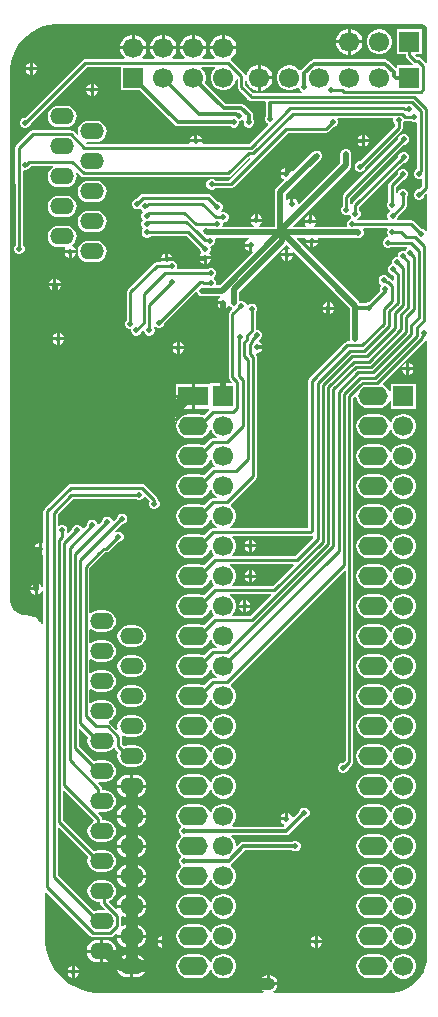
<source format=gbl>
G04*
G04 #@! TF.GenerationSoftware,Altium Limited,Altium Designer,21.1.0 (24)*
G04*
G04 Layer_Physical_Order=2*
G04 Layer_Color=16711680*
%FSLAX25Y25*%
%MOIN*%
G70*
G04*
G04 #@! TF.SameCoordinates,593A92C0-0D7A-4823-B9BF-B5AAC7A53552*
G04*
G04*
G04 #@! TF.FilePolarity,Positive*
G04*
G01*
G75*
%ADD10C,0.03937*%
%ADD12C,0.00984*%
%ADD44C,0.01181*%
%ADD45C,0.01968*%
%ADD46C,0.06693*%
%ADD47R,0.06693X0.06693*%
%ADD48O,0.07874X0.05512*%
%ADD49O,0.09843X0.06299*%
%ADD50R,0.09843X0.06299*%
%ADD51R,0.06693X0.06693*%
%ADD52C,0.01968*%
%ADD53C,0.03937*%
G36*
X139284Y324888D02*
X139720Y324708D01*
X140112Y324446D01*
X140446Y324112D01*
X140708Y323720D01*
X140888Y323284D01*
X140980Y322822D01*
X140980Y322586D01*
Y312052D01*
X140754Y311920D01*
X140480Y311867D01*
X138701Y313646D01*
X138278Y313929D01*
X137779Y314028D01*
X137388D01*
X137012Y314404D01*
X137203Y314866D01*
X139134D01*
Y323134D01*
X130866D01*
Y314866D01*
X133695D01*
Y314571D01*
X133795Y314072D01*
X134078Y313648D01*
X135925Y311801D01*
X136175Y311634D01*
X136023Y311134D01*
X130866D01*
Y310509D01*
X130366Y310302D01*
X127950Y312718D01*
X127495Y313022D01*
X126957Y313129D01*
X103043D01*
X102505Y313022D01*
X102050Y312718D01*
X99007Y309675D01*
X98899Y309514D01*
X98311Y309533D01*
X98308Y309538D01*
X97538Y310308D01*
X96596Y310852D01*
X95544Y311134D01*
X94456D01*
X93404Y310852D01*
X92462Y310308D01*
X91692Y309538D01*
X91148Y308596D01*
X90866Y307544D01*
Y306456D01*
X91148Y305404D01*
X91692Y304462D01*
X92462Y303692D01*
X93404Y303148D01*
X94456Y302866D01*
X95544D01*
X96596Y303148D01*
X97538Y303692D01*
X97728Y303882D01*
X98228Y303675D01*
Y303648D01*
X98498Y302996D01*
X98996Y302498D01*
X99216Y302407D01*
X99117Y301907D01*
X82938D01*
X80305Y304540D01*
Y305798D01*
X80805Y305864D01*
X80950Y305322D01*
X81522Y304331D01*
X82331Y303522D01*
X83322Y302950D01*
X84428Y302654D01*
X84500D01*
Y307000D01*
Y311347D01*
X84428D01*
X83322Y311050D01*
X82331Y310478D01*
X81522Y309669D01*
X80950Y308678D01*
X80742Y307904D01*
X80229Y307921D01*
X80205Y308041D01*
X79922Y308465D01*
X75525Y312862D01*
X75483Y313415D01*
X75669Y313522D01*
X76478Y314331D01*
X77050Y315322D01*
X77346Y316428D01*
Y316500D01*
X68654D01*
Y316428D01*
X68950Y315322D01*
X69522Y314331D01*
X70049Y313805D01*
X69841Y313305D01*
X66158D01*
X65951Y313805D01*
X66478Y314331D01*
X67050Y315322D01*
X67347Y316428D01*
Y316500D01*
X58653D01*
Y316428D01*
X58950Y315322D01*
X59522Y314331D01*
X60049Y313805D01*
X59842Y313305D01*
X56159D01*
X55951Y313805D01*
X56478Y314331D01*
X57050Y315322D01*
X57346Y316428D01*
Y316500D01*
X48654D01*
Y316428D01*
X48950Y315322D01*
X49522Y314331D01*
X50049Y313805D01*
X49841Y313305D01*
X46158D01*
X45951Y313805D01*
X46478Y314331D01*
X47050Y315322D01*
X47346Y316428D01*
Y316500D01*
X38654D01*
Y316428D01*
X38950Y315322D01*
X39522Y314331D01*
X40049Y313805D01*
X39841Y313305D01*
X27000D01*
X26501Y313205D01*
X26077Y312923D01*
X6927Y293772D01*
X6648D01*
X5996Y293502D01*
X5498Y293004D01*
X5228Y292352D01*
Y291648D01*
X5498Y290996D01*
X5996Y290498D01*
X6648Y290228D01*
X7352D01*
X8004Y290498D01*
X8502Y290996D01*
X8772Y291648D01*
Y291927D01*
X27540Y310695D01*
X38866D01*
Y302866D01*
X45147D01*
X56809Y291204D01*
X57265Y290900D01*
X57802Y290793D01*
X75388D01*
X75485Y290696D01*
X76136Y290426D01*
X76841D01*
X77492Y290696D01*
X77990Y291194D01*
X78260Y291845D01*
Y292537D01*
X78612D01*
X79263Y292807D01*
X79286Y292830D01*
X79706Y292553D01*
X79711Y292548D01*
Y291845D01*
X79981Y291194D01*
X80479Y290696D01*
X81130Y290426D01*
X81835D01*
X82486Y290696D01*
X82985Y291194D01*
X83254Y291845D01*
Y292550D01*
X82985Y293201D01*
X82833Y293353D01*
Y294481D01*
X82726Y295019D01*
X82421Y295475D01*
X79934Y297962D01*
X79478Y298267D01*
X78940Y298374D01*
X73614D01*
X66753Y305234D01*
X66852Y305404D01*
X67134Y306456D01*
Y307544D01*
X66852Y308596D01*
X66308Y309538D01*
X65651Y310195D01*
X65810Y310695D01*
X70190D01*
X70349Y310195D01*
X69692Y309538D01*
X69148Y308596D01*
X68866Y307544D01*
Y306456D01*
X69148Y305404D01*
X69692Y304462D01*
X70462Y303692D01*
X71404Y303148D01*
X72456Y302866D01*
X73544D01*
X74596Y303148D01*
X75538Y303692D01*
X76308Y304462D01*
X76852Y305404D01*
X77103Y306342D01*
X77419Y306532D01*
X77634Y306589D01*
X77695Y306548D01*
Y304000D01*
X77795Y303501D01*
X78078Y303078D01*
X81011Y300144D01*
X81019Y300103D01*
X81302Y299680D01*
X81725Y299397D01*
X82224Y299298D01*
X86676D01*
X87086Y298798D01*
X87073Y298732D01*
Y294457D01*
X87047Y294430D01*
X86777Y293779D01*
Y293074D01*
X87047Y292423D01*
X87545Y291925D01*
X87752Y291839D01*
X87869Y291249D01*
X81684Y285064D01*
X66051D01*
X65773Y285480D01*
X65791Y285524D01*
X61910D01*
X61928Y285480D01*
X61650Y285064D01*
X27336D01*
X27218Y285237D01*
X27505Y285704D01*
X28118Y285623D01*
X30480D01*
X31405Y285745D01*
X32267Y286102D01*
X33007Y286670D01*
X33575Y287410D01*
X33932Y288272D01*
X34054Y289197D01*
X33932Y290122D01*
X33575Y290984D01*
X33007Y291724D01*
X32267Y292292D01*
X31405Y292649D01*
X30480Y292771D01*
X28118D01*
X27193Y292649D01*
X26331Y292292D01*
X25591Y291724D01*
X25023Y290984D01*
X24666Y290122D01*
X24544Y289197D01*
X24666Y288272D01*
X24667Y288269D01*
X24243Y287986D01*
X23074Y289155D01*
X22651Y289438D01*
X22152Y289537D01*
X9499D01*
X8999Y289438D01*
X8576Y289155D01*
X3814Y284392D01*
X3531Y283969D01*
X3432Y283470D01*
Y272264D01*
X3531Y271764D01*
X3695Y271518D01*
Y251201D01*
X3498Y251004D01*
X3228Y250352D01*
Y249648D01*
X3498Y248996D01*
X3996Y248498D01*
X4648Y248228D01*
X5352D01*
X6004Y248498D01*
X6502Y248996D01*
X6772Y249648D01*
Y250352D01*
X6502Y251004D01*
X6305Y251201D01*
Y272000D01*
X6205Y272499D01*
X6041Y272745D01*
Y276030D01*
X6457Y276308D01*
X6648Y276228D01*
X7352D01*
X8004Y276498D01*
X8502Y276996D01*
X8772Y277648D01*
Y277660D01*
X8807Y277695D01*
X16052D01*
X16205Y277195D01*
X15591Y276724D01*
X15023Y275984D01*
X14666Y275122D01*
X14544Y274197D01*
X14666Y273272D01*
X15023Y272410D01*
X15591Y271670D01*
X16331Y271102D01*
X17193Y270745D01*
X18118Y270623D01*
X20480D01*
X21405Y270745D01*
X22267Y271102D01*
X23007Y271670D01*
X23575Y272410D01*
X23932Y273272D01*
X24054Y274197D01*
X23932Y275122D01*
X23931Y275125D01*
X24355Y275408D01*
X25524Y274239D01*
X25947Y273956D01*
X26447Y273857D01*
X74656D01*
X75155Y273956D01*
X75578Y274239D01*
X81755Y280416D01*
X81846Y280398D01*
X82010Y279855D01*
X74916Y272761D01*
X70321D01*
X70123Y272959D01*
X69472Y273228D01*
X68767D01*
X68116Y272959D01*
X67618Y272460D01*
X67348Y271809D01*
Y271104D01*
X67618Y270453D01*
X68116Y269955D01*
X68767Y269685D01*
X69472D01*
X70123Y269955D01*
X70321Y270152D01*
X75457D01*
X75956Y270251D01*
X76379Y270534D01*
X94540Y288695D01*
X107197D01*
X107696Y288795D01*
X108120Y289077D01*
X109570Y290528D01*
X109849D01*
X110500Y290798D01*
X110999Y291296D01*
X111268Y291947D01*
Y292652D01*
X110999Y293303D01*
X110990Y293312D01*
X111181Y293774D01*
X129466D01*
X129744Y293358D01*
X129665Y293167D01*
Y292463D01*
X129934Y291811D01*
X130132Y291614D01*
Y290810D01*
X118456Y279134D01*
X118177D01*
X117526Y278864D01*
X117027Y278366D01*
X116758Y277715D01*
Y277010D01*
X117027Y276359D01*
X117526Y275860D01*
X118177Y275590D01*
X118882D01*
X119533Y275860D01*
X120031Y276359D01*
X120301Y277010D01*
Y277289D01*
X132359Y289347D01*
X132641Y289770D01*
X132741Y290269D01*
Y291614D01*
X132938Y291811D01*
X133208Y292463D01*
Y292520D01*
X133438Y292710D01*
X135185D01*
X135382Y292512D01*
X136033Y292243D01*
X136738D01*
X136932Y292323D01*
X137432Y291989D01*
Y276677D01*
X137241Y276598D01*
X136742Y276100D01*
X136472Y275449D01*
Y274744D01*
X136742Y274093D01*
X137241Y273594D01*
X137892Y273325D01*
X138596D01*
X138788Y273404D01*
X139203Y273126D01*
Y270842D01*
X138155Y269793D01*
X137876D01*
X137225Y269524D01*
X136726Y269025D01*
X136457Y268374D01*
Y267669D01*
X136726Y267018D01*
X137225Y266520D01*
X137876Y266250D01*
X138581D01*
X139232Y266520D01*
X139730Y267018D01*
X140000Y267669D01*
Y267948D01*
X140518Y268467D01*
X140980Y268276D01*
Y256155D01*
X140591Y256032D01*
X140480Y256025D01*
X140004Y256502D01*
X139352Y256772D01*
X138939D01*
X136583Y259128D01*
X136160Y259411D01*
X135661Y259510D01*
X131046D01*
X130855Y259972D01*
X130879Y259996D01*
X131149Y260648D01*
Y260927D01*
X133923Y263700D01*
X134205Y264123D01*
X134305Y264622D01*
Y267147D01*
X134339Y267181D01*
X134608Y267833D01*
Y268537D01*
X134339Y269189D01*
X133840Y269687D01*
X133189Y269957D01*
X132484D01*
X131833Y269687D01*
X131335Y269189D01*
X131065Y268537D01*
X130589Y268595D01*
Y270749D01*
X132916Y273076D01*
X133195D01*
X133846Y273346D01*
X134344Y273844D01*
X134614Y274496D01*
Y275200D01*
X134344Y275852D01*
X133846Y276350D01*
X133195Y276620D01*
X132490D01*
X131839Y276350D01*
X131341Y275852D01*
X131071Y275200D01*
Y274921D01*
X128362Y272212D01*
X128079Y271789D01*
X127980Y271290D01*
Y265823D01*
X127782Y265626D01*
X127513Y264975D01*
Y264270D01*
X127782Y263619D01*
X128281Y263121D01*
X128421Y263063D01*
Y262521D01*
X128374Y262502D01*
X127876Y262004D01*
X127606Y261352D01*
Y260648D01*
X127876Y259996D01*
X127900Y259972D01*
X127709Y259510D01*
X117765D01*
X117666Y260010D01*
X118004Y260150D01*
X118502Y260648D01*
X118772Y261299D01*
Y262004D01*
X118502Y262655D01*
X118305Y262853D01*
Y263904D01*
X133149Y278748D01*
X133428D01*
X134079Y279018D01*
X134577Y279516D01*
X134847Y280167D01*
Y280872D01*
X134577Y281523D01*
X134079Y282022D01*
X133428Y282291D01*
X132723D01*
X132072Y282022D01*
X131573Y281523D01*
X131304Y280872D01*
Y280593D01*
X116077Y265367D01*
X115805Y264958D01*
X115765Y264950D01*
X115305Y265042D01*
Y266873D01*
X133116Y284684D01*
X133395D01*
X134046Y284954D01*
X134544Y285452D01*
X134814Y286103D01*
Y286808D01*
X134544Y287459D01*
X134046Y287958D01*
X133395Y288227D01*
X132690D01*
X132039Y287958D01*
X131540Y287459D01*
X131271Y286808D01*
Y286529D01*
X113077Y268336D01*
X112795Y267913D01*
X112695Y267413D01*
Y264201D01*
X112498Y264004D01*
X112228Y263352D01*
Y262648D01*
X112498Y261996D01*
X112996Y261498D01*
X113648Y261228D01*
X114352D01*
X114728Y261384D01*
X115151Y261313D01*
X115302Y261122D01*
X115498Y260648D01*
X115669Y260477D01*
X115662Y260317D01*
X115516Y259923D01*
X114996Y259707D01*
X114498Y259209D01*
X114228Y258558D01*
Y257853D01*
X114304Y257672D01*
X114026Y257256D01*
X103560D01*
X103353Y257756D01*
X103682Y258085D01*
X103941Y258709D01*
X100059D01*
X100318Y258085D01*
X100647Y257756D01*
X100440Y257256D01*
X96354D01*
X96163Y257718D01*
X115036Y276590D01*
X115427Y277176D01*
X115565Y277868D01*
Y281500D01*
X115530Y281674D01*
Y281852D01*
X115462Y282016D01*
X115427Y282191D01*
X115328Y282339D01*
X115260Y282503D01*
X115134Y282629D01*
X115036Y282777D01*
X114888Y282876D01*
X114762Y283002D01*
X114597Y283070D01*
X114450Y283169D01*
X114275Y283203D01*
X114111Y283271D01*
X113933D01*
X113758Y283306D01*
X113584Y283271D01*
X113406D01*
X113242Y283203D01*
X113067Y283169D01*
X112919Y283070D01*
X112755Y283002D01*
X112629Y282876D01*
X112481Y282777D01*
X112382Y282629D01*
X112256Y282503D01*
X112188Y282339D01*
X112089Y282191D01*
X112055Y282016D01*
X111987Y281852D01*
Y281674D01*
X111952Y281500D01*
Y278616D01*
X98325Y264989D01*
X97825Y265196D01*
Y265436D01*
X97523Y266166D01*
X96965Y266724D01*
X96341Y266982D01*
Y265042D01*
X95341D01*
Y266982D01*
X94717Y266724D01*
X94197Y266204D01*
X94021Y266223D01*
X93697Y266357D01*
Y268095D01*
X105324Y279723D01*
X105423Y279871D01*
X105549Y279996D01*
X105617Y280161D01*
X105716Y280309D01*
X105751Y280483D01*
X105819Y280648D01*
Y280825D01*
X105854Y281000D01*
X105819Y281174D01*
Y281352D01*
X105751Y281517D01*
X105716Y281691D01*
X105617Y281839D01*
X105549Y282004D01*
X105423Y282129D01*
X105324Y282277D01*
X105177Y282376D01*
X105051Y282502D01*
X104886Y282570D01*
X104738Y282669D01*
X104564Y282704D01*
X104400Y282772D01*
X104222D01*
X104047Y282806D01*
X103873Y282772D01*
X103695D01*
X103531Y282704D01*
X103356Y282669D01*
X103208Y282570D01*
X103044Y282502D01*
X102918Y282376D01*
X102770Y282277D01*
X96274Y275781D01*
X95784Y275879D01*
X95682Y276124D01*
X95124Y276682D01*
X94500Y276941D01*
Y275000D01*
X94000D01*
Y274500D01*
X92059D01*
X92318Y273876D01*
X92876Y273318D01*
X93121Y273216D01*
X93219Y272726D01*
X90613Y270121D01*
X90222Y269535D01*
X90084Y268843D01*
Y257256D01*
X84839D01*
X84740Y257756D01*
X85124Y257915D01*
X85682Y258473D01*
X85941Y259097D01*
X82059D01*
X82318Y258473D01*
X82876Y257915D01*
X83260Y257756D01*
X83161Y257256D01*
X72933D01*
X72655Y257672D01*
X72742Y257882D01*
Y258367D01*
X72742Y258587D01*
X73183Y258829D01*
X73352D01*
X74004Y259099D01*
X74502Y259597D01*
X74772Y260248D01*
Y260953D01*
X74502Y261604D01*
X74004Y262103D01*
X73352Y262372D01*
X72648D01*
X72541Y262328D01*
X72258Y262752D01*
X72502Y262996D01*
X72772Y263648D01*
Y264352D01*
X72502Y265004D01*
X72004Y265502D01*
X71352Y265772D01*
X71073D01*
X68923Y267922D01*
X68499Y268205D01*
X68000Y268305D01*
X46282D01*
X45783Y268205D01*
X45360Y267922D01*
X44119Y266682D01*
X43846D01*
X43195Y266412D01*
X42697Y265914D01*
X42427Y265263D01*
Y264558D01*
X42697Y263907D01*
X43195Y263408D01*
X43846Y263139D01*
X44551D01*
X44905Y263285D01*
X45488Y263184D01*
X45898Y262774D01*
X46038Y262207D01*
X45914Y262082D01*
X45644Y261431D01*
Y260726D01*
X45914Y260075D01*
X46304Y259685D01*
X45912Y259292D01*
X45642Y258641D01*
Y257936D01*
X45912Y257285D01*
X46334Y256863D01*
X45994Y256523D01*
X45724Y255872D01*
Y255167D01*
X45994Y254516D01*
X46492Y254017D01*
X47144Y253747D01*
X47848D01*
X48500Y254017D01*
X48697Y254215D01*
X50259D01*
X50758Y254314D01*
X50894Y254404D01*
X60751D01*
X65228Y249927D01*
Y249648D01*
X65498Y248996D01*
X65844Y248650D01*
X65318Y248124D01*
X65059Y247500D01*
X68941D01*
X68682Y248124D01*
X68156Y248650D01*
X68502Y248996D01*
X68772Y249648D01*
Y250352D01*
X68659Y250624D01*
X68858Y250922D01*
X69509Y251192D01*
X70007Y251690D01*
X70277Y252341D01*
Y253046D01*
X70202Y253227D01*
X70480Y253643D01*
X81568D01*
X81647Y253176D01*
X80917Y252874D01*
X80359Y252316D01*
X80101Y251692D01*
X82041D01*
Y251192D01*
X82541D01*
Y249246D01*
X82822Y248826D01*
X71802Y237806D01*
X70746D01*
X70468Y238222D01*
X70543Y238404D01*
Y239108D01*
X70274Y239759D01*
X70017Y240016D01*
X69825Y240342D01*
X70017Y240669D01*
X70274Y240926D01*
X70543Y241577D01*
Y242282D01*
X70274Y242933D01*
X69775Y243431D01*
X69124Y243701D01*
X68419D01*
X67768Y243431D01*
X67571Y243234D01*
X57789D01*
X57511Y243650D01*
X57591Y243841D01*
Y244545D01*
X57321Y245197D01*
X56823Y245695D01*
X56519Y245820D01*
X56078Y246062D01*
Y246851D01*
X55776Y247581D01*
X55218Y248139D01*
X54594Y248397D01*
Y246457D01*
X54094D01*
Y245957D01*
X52153D01*
X52171Y245913D01*
X51893Y245497D01*
X50724D01*
X50225Y245398D01*
X49802Y245115D01*
X41078Y236391D01*
X40795Y235968D01*
X40695Y235469D01*
Y226201D01*
X40498Y226004D01*
X40228Y225352D01*
Y224648D01*
X40498Y223996D01*
X40996Y223498D01*
X41648Y223228D01*
X42187D01*
X42228Y223167D01*
Y222462D01*
X42498Y221811D01*
X42996Y221312D01*
X43648Y221043D01*
X44352D01*
X45004Y221312D01*
X45502Y221811D01*
X45772Y222462D01*
Y222607D01*
X46041Y222817D01*
X46531Y222597D01*
Y222462D01*
X46801Y221811D01*
X47299Y221312D01*
X47951Y221043D01*
X48655D01*
X49306Y221312D01*
X49805Y221811D01*
X50075Y222462D01*
Y223167D01*
X49836Y223744D01*
X49861Y223851D01*
X50209Y223996D01*
X50438Y223982D01*
X50528Y223892D01*
X51179Y223622D01*
X51884D01*
X52535Y223892D01*
X53033Y224390D01*
X53303Y225041D01*
Y225320D01*
X63728Y235746D01*
X63960Y235700D01*
X64260Y235571D01*
X64296Y235483D01*
X64331Y235309D01*
X64430Y235161D01*
X64498Y234996D01*
X64624Y234871D01*
X64723Y234723D01*
X64871Y234624D01*
X64996Y234498D01*
X65161Y234430D01*
X65309Y234331D01*
X65483Y234296D01*
X65648Y234228D01*
X65825D01*
X66000Y234194D01*
X71804D01*
X71904Y233694D01*
X71876Y233682D01*
X71318Y233124D01*
X71059Y232500D01*
X73000D01*
Y232000D01*
X73500D01*
Y230059D01*
X74124Y230318D01*
X74611Y230805D01*
X74679Y230855D01*
X74863Y230858D01*
X75201Y230823D01*
X75211Y230809D01*
X75359Y230711D01*
X75485Y230585D01*
X75649Y230517D01*
X75748Y230450D01*
X75813Y230340D01*
X75895Y229943D01*
X75884Y229878D01*
X75077Y229072D01*
X74795Y228649D01*
X74695Y228150D01*
Y207311D01*
X74795Y206812D01*
X75077Y206389D01*
X75752Y205714D01*
X75561Y205252D01*
X73500D01*
Y200905D01*
X72500D01*
Y205252D01*
X68654D01*
Y205055D01*
X63500D01*
Y200905D01*
Y196756D01*
X68070D01*
X68277Y196256D01*
X66480Y194459D01*
X65799Y194741D01*
X64772Y194877D01*
X61228D01*
X60201Y194741D01*
X59243Y194344D01*
X58420Y193713D01*
X57789Y192891D01*
X57393Y191933D01*
X57257Y190905D01*
X57393Y189878D01*
X57789Y188920D01*
X58420Y188098D01*
X59243Y187467D01*
X60201Y187070D01*
X61228Y186934D01*
X64772D01*
X65799Y187070D01*
X66757Y187467D01*
X67580Y188098D01*
X68211Y188920D01*
X68529Y189688D01*
X69056Y189654D01*
X69148Y189310D01*
X69692Y188367D01*
X70462Y187598D01*
X70915Y187336D01*
X70781Y186836D01*
X69398D01*
X68898Y186737D01*
X68475Y186454D01*
X66480Y184459D01*
X65799Y184741D01*
X64772Y184877D01*
X61228D01*
X60201Y184741D01*
X59243Y184344D01*
X58420Y183713D01*
X57789Y182891D01*
X57393Y181933D01*
X57257Y180905D01*
X57393Y179878D01*
X57789Y178920D01*
X58420Y178098D01*
X59243Y177467D01*
X60201Y177070D01*
X61228Y176935D01*
X64772D01*
X65799Y177070D01*
X66757Y177467D01*
X67580Y178098D01*
X68211Y178920D01*
X68529Y179688D01*
X69056Y179654D01*
X69148Y179310D01*
X69692Y178367D01*
X70293Y177766D01*
X70086Y177266D01*
X69827D01*
X69328Y177166D01*
X68905Y176884D01*
X66480Y174459D01*
X65799Y174741D01*
X64772Y174876D01*
X61228D01*
X60201Y174741D01*
X59243Y174345D01*
X58420Y173713D01*
X57789Y172891D01*
X57393Y171933D01*
X57257Y170905D01*
X57393Y169878D01*
X57789Y168920D01*
X58420Y168098D01*
X59243Y167467D01*
X60201Y167070D01*
X61228Y166935D01*
X64772D01*
X65799Y167070D01*
X66757Y167467D01*
X67580Y168098D01*
X68211Y168920D01*
X68529Y169688D01*
X69056Y169654D01*
X69148Y169310D01*
X69692Y168367D01*
X70462Y167598D01*
X70915Y167336D01*
X70781Y166836D01*
X69398D01*
X68898Y166737D01*
X68475Y166454D01*
X66480Y164459D01*
X65799Y164741D01*
X64772Y164876D01*
X61228D01*
X60201Y164741D01*
X59243Y164345D01*
X58420Y163713D01*
X57789Y162891D01*
X57393Y161933D01*
X57257Y160906D01*
X57393Y159878D01*
X57789Y158920D01*
X58420Y158098D01*
X59243Y157467D01*
X60201Y157070D01*
X61228Y156934D01*
X64772D01*
X65799Y157070D01*
X66757Y157467D01*
X67580Y158098D01*
X68211Y158920D01*
X68529Y159688D01*
X69056Y159654D01*
X69148Y159310D01*
X69692Y158367D01*
X70462Y157598D01*
X70915Y157336D01*
X70781Y156836D01*
X69398D01*
X68898Y156737D01*
X68475Y156454D01*
X66480Y154459D01*
X65799Y154741D01*
X64772Y154876D01*
X61228D01*
X60201Y154741D01*
X59243Y154344D01*
X58420Y153713D01*
X57789Y152891D01*
X57393Y151933D01*
X57257Y150906D01*
X57393Y149878D01*
X57789Y148920D01*
X58420Y148098D01*
X59243Y147467D01*
X60201Y147070D01*
X61228Y146934D01*
X64772D01*
X65799Y147070D01*
X66757Y147467D01*
X67580Y148098D01*
X68211Y148920D01*
X68529Y149688D01*
X69056Y149654D01*
X69148Y149310D01*
X69692Y148367D01*
X69995Y148064D01*
X69831Y147521D01*
X69646Y147485D01*
X69223Y147202D01*
X66480Y144459D01*
X65799Y144741D01*
X64772Y144877D01*
X61228D01*
X60201Y144741D01*
X59243Y144344D01*
X58420Y143713D01*
X57789Y142891D01*
X57393Y141933D01*
X57257Y140905D01*
X57393Y139878D01*
X57789Y138920D01*
X58420Y138098D01*
X59243Y137467D01*
X60201Y137070D01*
X61228Y136934D01*
X64772D01*
X65799Y137070D01*
X66757Y137467D01*
X67580Y138098D01*
X68211Y138920D01*
X68529Y139688D01*
X69056Y139654D01*
X69148Y139310D01*
X69692Y138367D01*
X69995Y138064D01*
X69831Y137522D01*
X69646Y137485D01*
X69223Y137202D01*
X66480Y134459D01*
X65799Y134741D01*
X64772Y134877D01*
X61228D01*
X60201Y134741D01*
X59243Y134344D01*
X58420Y133713D01*
X57789Y132891D01*
X57393Y131933D01*
X57257Y130905D01*
X57393Y129878D01*
X57789Y128920D01*
X58420Y128098D01*
X59243Y127467D01*
X60201Y127070D01*
X61228Y126935D01*
X64772D01*
X65799Y127070D01*
X66757Y127467D01*
X67580Y128098D01*
X68211Y128920D01*
X68529Y129688D01*
X69056Y129654D01*
X69148Y129310D01*
X69692Y128367D01*
X69995Y128064D01*
X69831Y127522D01*
X69646Y127485D01*
X69223Y127202D01*
X66480Y124459D01*
X65799Y124741D01*
X64772Y124876D01*
X61228D01*
X60201Y124741D01*
X59243Y124345D01*
X58420Y123713D01*
X57789Y122891D01*
X57393Y121933D01*
X57257Y120905D01*
X57393Y119878D01*
X57789Y118920D01*
X58420Y118098D01*
X59243Y117467D01*
X60201Y117070D01*
X61228Y116935D01*
X64772D01*
X65799Y117070D01*
X66757Y117467D01*
X67580Y118098D01*
X68211Y118920D01*
X68529Y119688D01*
X69056Y119654D01*
X69148Y119310D01*
X69692Y118367D01*
X70462Y117598D01*
X70915Y117336D01*
X70781Y116836D01*
X69398D01*
X68898Y116737D01*
X68475Y116454D01*
X66480Y114459D01*
X65799Y114741D01*
X64772Y114876D01*
X61228D01*
X60201Y114741D01*
X59243Y114345D01*
X58420Y113713D01*
X57789Y112891D01*
X57393Y111933D01*
X57257Y110906D01*
X57393Y109878D01*
X57789Y108920D01*
X58420Y108098D01*
X59243Y107467D01*
X60201Y107070D01*
X61228Y106934D01*
X64772D01*
X65799Y107070D01*
X66757Y107467D01*
X67580Y108098D01*
X68211Y108920D01*
X68529Y109688D01*
X69056Y109654D01*
X69148Y109310D01*
X69692Y108367D01*
X70462Y107598D01*
X70915Y107336D01*
X70781Y106836D01*
X69398D01*
X68898Y106737D01*
X68475Y106454D01*
X66480Y104459D01*
X65799Y104741D01*
X64772Y104876D01*
X61228D01*
X60201Y104741D01*
X59243Y104344D01*
X58420Y103713D01*
X57789Y102891D01*
X57393Y101933D01*
X57257Y100906D01*
X57393Y99878D01*
X57789Y98920D01*
X58420Y98098D01*
X59243Y97466D01*
X60201Y97070D01*
X61228Y96934D01*
X64772D01*
X65799Y97070D01*
X66757Y97466D01*
X67580Y98098D01*
X68211Y98920D01*
X68529Y99688D01*
X69056Y99654D01*
X69148Y99310D01*
X69692Y98367D01*
X70462Y97598D01*
X71404Y97053D01*
X72456Y96772D01*
X73544D01*
X74596Y97053D01*
X75538Y97598D01*
X76308Y98367D01*
X76852Y99310D01*
X77134Y100361D01*
Y101450D01*
X76852Y102501D01*
X76308Y103444D01*
X75538Y104213D01*
X75452Y104263D01*
X75370Y104888D01*
X113233Y142752D01*
X113695Y142561D01*
Y79540D01*
X112927Y78772D01*
X112648D01*
X111996Y78502D01*
X111498Y78004D01*
X111228Y77352D01*
Y76648D01*
X111498Y75996D01*
X111996Y75498D01*
X112648Y75228D01*
X113352D01*
X114004Y75498D01*
X114502Y75996D01*
X114772Y76648D01*
Y76927D01*
X115922Y78078D01*
X116205Y78501D01*
X116305Y79000D01*
Y200420D01*
X116775Y200891D01*
X117285Y200694D01*
X117393Y199878D01*
X117789Y198920D01*
X118420Y198098D01*
X119243Y197467D01*
X120201Y197070D01*
X121228Y196934D01*
X124772D01*
X125799Y197070D01*
X126757Y197467D01*
X127580Y198098D01*
X128211Y198920D01*
X128366Y199295D01*
X128866Y199196D01*
Y196772D01*
X137134D01*
Y205039D01*
X128866D01*
Y202615D01*
X128366Y202516D01*
X128211Y202891D01*
X127580Y203713D01*
X126757Y204345D01*
X126149Y204596D01*
X126031Y205186D01*
X140111Y219266D01*
X140381Y219670D01*
X140398Y219691D01*
X140480Y219722D01*
X140980Y219375D01*
X140980Y14657D01*
Y13829D01*
X140764Y12186D01*
X140336Y10586D01*
X139701Y9055D01*
X138873Y7621D01*
X137865Y6307D01*
X136693Y5135D01*
X135379Y4127D01*
X133944Y3299D01*
X132414Y2664D01*
X130814Y2236D01*
X129171Y2019D01*
X89826D01*
X89692Y2520D01*
X89874Y2625D01*
X90427Y3177D01*
X90817Y3854D01*
X90990Y4500D01*
X85112D01*
X85285Y3854D01*
X85676Y3177D01*
X86229Y2625D01*
X86410Y2520D01*
X86277Y2019D01*
X31665D01*
X30487Y2019D01*
X28150Y2327D01*
X25873Y2937D01*
X23696Y3839D01*
X21655Y5018D01*
X19785Y6453D01*
X18118Y8119D01*
X16683Y9989D01*
X15505Y12030D01*
X14603Y14208D01*
X13993Y16485D01*
X13685Y18822D01*
Y20000D01*
Y35244D01*
X14147Y35435D01*
X28634Y20948D01*
X29058Y20665D01*
X29557Y20565D01*
X35262D01*
X35761Y20665D01*
X36185Y20948D01*
X37056Y21819D01*
X37530Y21586D01*
X37506Y21406D01*
X41909D01*
Y24694D01*
X41228D01*
X40248Y24565D01*
X39427Y24225D01*
X39123Y24354D01*
X38931Y24507D01*
Y27304D01*
X39123Y27457D01*
X39427Y27586D01*
X40248Y27246D01*
X41228Y27117D01*
X41909D01*
Y30406D01*
X37506D01*
X37530Y30226D01*
X37056Y29992D01*
X34890Y32158D01*
X34987Y32649D01*
X35377Y32810D01*
X36118Y33378D01*
X36686Y34119D01*
X37043Y34980D01*
X37164Y35906D01*
X37043Y36830D01*
X36686Y37692D01*
X36118Y38433D01*
X35377Y39001D01*
X34516Y39358D01*
X33591Y39479D01*
X31228D01*
X30303Y39358D01*
X29441Y39001D01*
X28701Y38433D01*
X28133Y37692D01*
X27776Y36830D01*
X27654Y35906D01*
X27776Y34980D01*
X28133Y34119D01*
X28701Y33378D01*
X29441Y32810D01*
X30303Y32453D01*
X31228Y32332D01*
X31831D01*
Y32067D01*
X31931Y31568D01*
X32214Y31144D01*
X33379Y29979D01*
X33172Y29479D01*
X31228D01*
X30303Y29358D01*
X29821Y29158D01*
X17708Y41270D01*
Y56927D01*
X18170Y57119D01*
X27976Y47313D01*
X27776Y46830D01*
X27654Y45906D01*
X27776Y44980D01*
X28133Y44119D01*
X28701Y43378D01*
X29441Y42810D01*
X30303Y42453D01*
X31228Y42332D01*
X33591D01*
X34516Y42453D01*
X35377Y42810D01*
X36118Y43378D01*
X36686Y44119D01*
X37043Y44980D01*
X37164Y45906D01*
X37043Y46830D01*
X36686Y47692D01*
X36118Y48433D01*
X35377Y49001D01*
X34516Y49358D01*
X33591Y49479D01*
X31228D01*
X30303Y49358D01*
X29821Y49158D01*
X19480Y59499D01*
Y69309D01*
X19942Y69501D01*
X29766Y59676D01*
X29649Y59087D01*
X29441Y59001D01*
X28701Y58433D01*
X28133Y57692D01*
X27776Y56831D01*
X27654Y55905D01*
X27776Y54980D01*
X28133Y54119D01*
X28701Y53378D01*
X29441Y52811D01*
X30303Y52453D01*
X31228Y52332D01*
X33591D01*
X34516Y52453D01*
X35377Y52811D01*
X36118Y53378D01*
X36686Y54119D01*
X37043Y54980D01*
X37164Y55905D01*
X37043Y56831D01*
X36686Y57692D01*
X36118Y58433D01*
X35377Y59001D01*
X34516Y59358D01*
X33591Y59479D01*
X32632D01*
Y59961D01*
X32532Y60460D01*
X32250Y60883D01*
X31301Y61832D01*
X31508Y62332D01*
X33591D01*
X34516Y62453D01*
X35377Y62810D01*
X36118Y63378D01*
X36686Y64119D01*
X37043Y64981D01*
X37164Y65905D01*
X37043Y66830D01*
X36686Y67692D01*
X36118Y68433D01*
X35377Y69001D01*
X34516Y69358D01*
X33591Y69479D01*
X32632D01*
Y69961D01*
X32532Y70460D01*
X32250Y70883D01*
X31301Y71832D01*
X31508Y72332D01*
X33591D01*
X34516Y72453D01*
X35377Y72811D01*
X36118Y73378D01*
X36686Y74119D01*
X37043Y74980D01*
X37164Y75906D01*
X37043Y76831D01*
X36686Y77692D01*
X36118Y78433D01*
X35377Y79001D01*
X34516Y79358D01*
X33591Y79479D01*
X31228D01*
X30303Y79358D01*
X29821Y79158D01*
X24795Y84184D01*
Y89841D01*
X25257Y90032D01*
X27976Y87313D01*
X27776Y86831D01*
X27654Y85905D01*
X27776Y84980D01*
X28133Y84119D01*
X28701Y83378D01*
X29441Y82810D01*
X30303Y82453D01*
X31228Y82332D01*
X33591D01*
X34516Y82453D01*
X35377Y82810D01*
X36118Y83378D01*
X36216Y83507D01*
X36831Y83487D01*
X36890Y83399D01*
X37976Y82313D01*
X37776Y81831D01*
X37655Y80905D01*
X37776Y79980D01*
X38133Y79119D01*
X38701Y78378D01*
X39441Y77811D01*
X40303Y77453D01*
X41228Y77332D01*
X43591D01*
X44516Y77453D01*
X45377Y77811D01*
X46118Y78378D01*
X46686Y79119D01*
X47043Y79980D01*
X47164Y80905D01*
X47043Y81831D01*
X46686Y82692D01*
X46118Y83433D01*
X45377Y84001D01*
X44516Y84358D01*
X43591Y84479D01*
X41228D01*
X40303Y84358D01*
X39821Y84158D01*
X39117Y84862D01*
Y87391D01*
X39108Y87436D01*
X39245Y87590D01*
X39552Y87765D01*
X40303Y87453D01*
X41228Y87332D01*
X43591D01*
X44516Y87453D01*
X45377Y87810D01*
X46118Y88378D01*
X46686Y89119D01*
X47043Y89981D01*
X47164Y90905D01*
X47043Y91830D01*
X46686Y92692D01*
X46118Y93433D01*
X45377Y94001D01*
X44516Y94358D01*
X43591Y94479D01*
X41228D01*
X40303Y94358D01*
X39441Y94001D01*
X38701Y93433D01*
X38133Y92692D01*
X37776Y91830D01*
X37655Y90905D01*
X37776Y89981D01*
X37777Y89978D01*
X37354Y89694D01*
X35313Y91735D01*
X34890Y92018D01*
X34807Y92034D01*
X34758Y92554D01*
X35377Y92810D01*
X36118Y93378D01*
X36686Y94119D01*
X37043Y94981D01*
X37164Y95906D01*
X37043Y96830D01*
X36686Y97692D01*
X36118Y98433D01*
X35377Y99001D01*
X34516Y99358D01*
X33591Y99479D01*
X31228D01*
X30303Y99358D01*
X29441Y99001D01*
X28838Y98538D01*
X28338Y98728D01*
Y103083D01*
X28838Y103273D01*
X29441Y102810D01*
X30303Y102453D01*
X31228Y102332D01*
X33591D01*
X34516Y102453D01*
X35377Y102810D01*
X36118Y103378D01*
X36686Y104119D01*
X37043Y104981D01*
X37164Y105905D01*
X37043Y106831D01*
X36686Y107693D01*
X36118Y108433D01*
X35377Y109001D01*
X34516Y109358D01*
X33591Y109479D01*
X31228D01*
X30303Y109358D01*
X29441Y109001D01*
X28838Y108538D01*
X28338Y108728D01*
Y113083D01*
X28838Y113273D01*
X29441Y112810D01*
X30303Y112453D01*
X31228Y112332D01*
X33591D01*
X34516Y112453D01*
X35377Y112810D01*
X36118Y113378D01*
X36686Y114119D01*
X37043Y114980D01*
X37164Y115905D01*
X37043Y116831D01*
X36686Y117692D01*
X36118Y118433D01*
X35377Y119001D01*
X34516Y119358D01*
X33591Y119479D01*
X31228D01*
X30303Y119358D01*
X29441Y119001D01*
X28838Y118538D01*
X28338Y118728D01*
Y123083D01*
X28838Y123273D01*
X29441Y122810D01*
X30303Y122453D01*
X31228Y122332D01*
X33591D01*
X34516Y122453D01*
X35377Y122810D01*
X36118Y123378D01*
X36686Y124119D01*
X37043Y124980D01*
X37164Y125906D01*
X37043Y126830D01*
X36686Y127692D01*
X36118Y128433D01*
X35377Y129001D01*
X34516Y129358D01*
X33591Y129479D01*
X31228D01*
X30303Y129358D01*
X29441Y129001D01*
X28838Y128538D01*
X28338Y128728D01*
Y143467D01*
X32588Y147718D01*
X33647Y148776D01*
X33941D01*
X34440Y148875D01*
X34863Y149158D01*
X37934Y152228D01*
X38352D01*
X39004Y152498D01*
X39502Y152996D01*
X39772Y153648D01*
Y154352D01*
X39502Y155004D01*
X39004Y155502D01*
X38352Y155772D01*
X37648D01*
X37095Y155543D01*
X36812Y155966D01*
X39073Y158228D01*
X39573D01*
X40224Y158498D01*
X40722Y158996D01*
X40992Y159648D01*
Y160352D01*
X40722Y161004D01*
X40224Y161502D01*
X39573Y161772D01*
X38868D01*
X38217Y161502D01*
X37718Y161004D01*
X37449Y160352D01*
Y160294D01*
X36454Y159299D01*
X35936Y159488D01*
X35722Y160004D01*
X35224Y160502D01*
X34573Y160772D01*
X33868D01*
X33217Y160502D01*
X32719Y160004D01*
X32449Y159352D01*
Y159168D01*
X31454Y158173D01*
X30973Y158399D01*
X30722Y159004D01*
X30224Y159502D01*
X29573Y159772D01*
X28868D01*
X28217Y159502D01*
X27718Y159004D01*
X27449Y158352D01*
Y157947D01*
X26412Y156910D01*
X25822Y157027D01*
X25722Y157267D01*
X25224Y157766D01*
X24573Y158035D01*
X23868D01*
X23217Y157766D01*
X22718Y157267D01*
X22449Y156616D01*
Y156402D01*
X21233Y155187D01*
X20809Y155470D01*
X20992Y155911D01*
Y156616D01*
X20722Y157267D01*
X20224Y157766D01*
X19573Y158035D01*
X18868D01*
X18217Y157766D01*
X18208Y157757D01*
X17708Y157964D01*
Y161517D01*
X22887Y166695D01*
X43799D01*
X43996Y166498D01*
X44648Y166228D01*
X45352D01*
X46004Y166498D01*
X46502Y166996D01*
X46581Y167188D01*
X47071Y167285D01*
X48456Y165901D01*
X48228Y165352D01*
Y164648D01*
X48498Y163996D01*
X48996Y163498D01*
X49648Y163228D01*
X50352D01*
X51004Y163498D01*
X51502Y163996D01*
X51772Y164648D01*
Y165352D01*
X51502Y166004D01*
X51116Y166389D01*
Y166390D01*
X51017Y166889D01*
X50734Y167312D01*
X46860Y171186D01*
X46437Y171469D01*
X45938Y171568D01*
X22105D01*
X21606Y171469D01*
X21182Y171186D01*
X13377Y163381D01*
X13094Y162958D01*
X12995Y162458D01*
Y152186D01*
X12579Y151908D01*
X12500Y151941D01*
Y150000D01*
Y148059D01*
X12579Y148092D01*
X12995Y147814D01*
Y137355D01*
X12495Y137255D01*
X12281Y137772D01*
X11722Y138330D01*
X11098Y138589D01*
Y136648D01*
Y134707D01*
X11722Y134966D01*
X12281Y135524D01*
X12495Y136041D01*
X12995Y135941D01*
Y125010D01*
X12495Y124859D01*
X12151Y125373D01*
X12080Y125444D01*
X12024Y125527D01*
X11193Y126359D01*
X11109Y126415D01*
X11038Y126486D01*
X10060Y127139D01*
X9967Y127178D01*
X9884Y127234D01*
X8797Y127684D01*
X8699Y127703D01*
X8606Y127742D01*
X7452Y127971D01*
X7377D01*
X7304Y127989D01*
X6715Y128018D01*
X6705Y128017D01*
X6695Y128019D01*
X6221Y128033D01*
X5296Y128244D01*
X4430Y128632D01*
X3657Y129182D01*
X3006Y129871D01*
X2502Y130675D01*
X2164Y131561D01*
X2005Y132497D01*
X2019Y132971D01*
X2017Y132985D01*
X2019Y133000D01*
Y309001D01*
X2019Y310048D01*
X2293Y312122D01*
X2834Y314144D01*
X3635Y316077D01*
X4681Y317889D01*
X5955Y319549D01*
X7435Y321029D01*
X9095Y322303D01*
X10907Y323349D01*
X12840Y324150D01*
X14862Y324692D01*
X17003Y324973D01*
X17031Y324983D01*
X17983D01*
X138586Y325000D01*
X138723D01*
X139284Y324888D01*
D02*
G37*
G36*
X127755Y256401D02*
X127513Y255816D01*
Y255112D01*
X127782Y254461D01*
X127900Y254343D01*
X127693Y253842D01*
X127569D01*
X126918Y253573D01*
X126420Y253074D01*
X126150Y252423D01*
Y251718D01*
X126420Y251067D01*
X126918Y250569D01*
X127569Y250299D01*
X128274D01*
X128925Y250569D01*
X129122Y250766D01*
X134310D01*
X134409Y250266D01*
X134342Y250238D01*
X133843Y249740D01*
X133601Y249154D01*
X133213Y249315D01*
X132509D01*
X131857Y249045D01*
X131359Y248547D01*
X131089Y247896D01*
Y247342D01*
X130555D01*
X129904Y247073D01*
X129406Y246574D01*
X129136Y245923D01*
Y245218D01*
X129274Y244886D01*
X128640Y244624D01*
X128142Y244126D01*
X127872Y243474D01*
Y242770D01*
X128142Y242118D01*
X128640Y241620D01*
X129291Y241350D01*
X129442D01*
X129736Y241056D01*
Y240343D01*
X129785Y240100D01*
Y239585D01*
X129323Y239394D01*
X128844Y239872D01*
X128421Y240155D01*
X128139Y240211D01*
X128000Y240547D01*
X127502Y241045D01*
X126850Y241315D01*
X126146D01*
X125495Y241045D01*
X124996Y240547D01*
X124726Y239896D01*
Y239191D01*
X124996Y238540D01*
X125311Y238225D01*
X125454Y237777D01*
X125417Y237532D01*
X125212Y237038D01*
Y236334D01*
X125338Y236031D01*
X121457Y232151D01*
X121320D01*
X120669Y231881D01*
X120572Y231784D01*
X118607D01*
X118277Y232277D01*
X97373Y253181D01*
X97565Y253643D01*
X100355D01*
X100633Y253227D01*
X100559Y253050D01*
X104441D01*
X104367Y253227D01*
X104645Y253643D01*
X117638D01*
X117641Y253642D01*
X117819D01*
X117994Y253607D01*
X118168Y253642D01*
X118346D01*
X118510Y253710D01*
X118685Y253745D01*
X118833Y253843D01*
X118997Y253911D01*
X119123Y254037D01*
X119271Y254136D01*
X119370Y254284D01*
X119496Y254410D01*
X119564Y254574D01*
X119662Y254722D01*
X119697Y254897D01*
X119765Y255061D01*
Y255239D01*
X119800Y255413D01*
X119765Y255588D01*
Y255766D01*
X119697Y255930D01*
X119662Y256105D01*
X119564Y256253D01*
X119496Y256417D01*
X119697Y256866D01*
X119732Y256901D01*
X127562D01*
X127755Y256401D01*
D02*
G37*
G36*
X95179Y250266D02*
X94896Y249843D01*
X94659Y249941D01*
Y248500D01*
X96100D01*
X96001Y248737D01*
X96425Y249020D01*
X115194Y230252D01*
Y220071D01*
X115228Y219896D01*
Y219718D01*
X115273Y219612D01*
X115208Y219440D01*
X114995Y219164D01*
X114913Y219112D01*
X114308D01*
X113809Y219012D01*
X113386Y218729D01*
X101676Y207020D01*
X101393Y206596D01*
X101294Y206097D01*
Y156836D01*
X75219D01*
X75085Y157336D01*
X75538Y157598D01*
X76308Y158367D01*
X76852Y159310D01*
X77134Y160361D01*
Y161450D01*
X76852Y162501D01*
X76308Y163444D01*
X75538Y164213D01*
X75452Y164263D01*
X75370Y164888D01*
X83922Y173441D01*
X84205Y173864D01*
X84305Y174363D01*
Y213837D01*
X84205Y214336D01*
X83922Y214759D01*
X83909Y214773D01*
X84116Y215273D01*
X84462D01*
X85191Y215575D01*
X85749Y216134D01*
X86008Y216758D01*
X84067D01*
Y217758D01*
X86008D01*
X85749Y218382D01*
X85191Y218940D01*
X84863Y219076D01*
Y219617D01*
X85071Y219703D01*
X85569Y220201D01*
X85839Y220852D01*
Y221557D01*
X85569Y222208D01*
X85071Y222707D01*
X84419Y222977D01*
X83795D01*
Y228896D01*
X83896Y228996D01*
X84165Y229648D01*
Y230352D01*
X83896Y231004D01*
X83397Y231502D01*
X82746Y231772D01*
X82041D01*
X81390Y231502D01*
X81238Y231349D01*
X81200Y231345D01*
X80677Y231496D01*
X80494Y231939D01*
X79995Y232437D01*
X79344Y232707D01*
X78640D01*
X78294Y232937D01*
Y235740D01*
X93705Y251150D01*
X94282Y251163D01*
X95179Y250266D01*
D02*
G37*
G36*
X102959Y154113D02*
X103003Y153630D01*
X96957Y147584D01*
X76232D01*
X76025Y148084D01*
X76308Y148367D01*
X76852Y149310D01*
X77134Y150361D01*
Y151450D01*
X76852Y152501D01*
X76308Y153444D01*
X76025Y153727D01*
X76232Y154227D01*
X102022D01*
X102521Y154326D01*
X102529Y154332D01*
X102959Y154113D01*
D02*
G37*
G36*
X96391Y144513D02*
X89462Y137584D01*
X76232D01*
X76025Y138084D01*
X76308Y138367D01*
X76852Y139310D01*
X77134Y140361D01*
Y141450D01*
X76852Y142501D01*
X76308Y143444D01*
X75538Y144213D01*
X75085Y144475D01*
X75219Y144975D01*
X96200D01*
X96391Y144513D01*
D02*
G37*
G36*
X88897Y134513D02*
X81968Y127584D01*
X76232D01*
X76025Y128084D01*
X76308Y128367D01*
X76852Y129310D01*
X77134Y130361D01*
Y131450D01*
X76852Y132501D01*
X76308Y133444D01*
X75538Y134213D01*
X75085Y134475D01*
X75219Y134975D01*
X88705D01*
X88897Y134513D01*
D02*
G37*
%LPC*%
G36*
X115572Y323346D02*
X115500D01*
Y319500D01*
X119346D01*
Y319572D01*
X119050Y320678D01*
X118478Y321669D01*
X117669Y322478D01*
X116678Y323050D01*
X115572Y323346D01*
D02*
G37*
G36*
X114500D02*
X114428D01*
X113322Y323050D01*
X112331Y322478D01*
X111522Y321669D01*
X110950Y320678D01*
X110653Y319572D01*
Y319500D01*
X114500D01*
Y323346D01*
D02*
G37*
G36*
X73572Y321346D02*
X73500D01*
Y317500D01*
X77346D01*
Y317572D01*
X77050Y318678D01*
X76478Y319669D01*
X75669Y320478D01*
X74678Y321050D01*
X73572Y321346D01*
D02*
G37*
G36*
X72500D02*
X72428D01*
X71322Y321050D01*
X70331Y320478D01*
X69522Y319669D01*
X68950Y318678D01*
X68654Y317572D01*
Y317500D01*
X72500D01*
Y321346D01*
D02*
G37*
G36*
X63572D02*
X63500D01*
Y317500D01*
X67347D01*
Y317572D01*
X67050Y318678D01*
X66478Y319669D01*
X65669Y320478D01*
X64678Y321050D01*
X63572Y321346D01*
D02*
G37*
G36*
X62500D02*
X62428D01*
X61322Y321050D01*
X60331Y320478D01*
X59522Y319669D01*
X58950Y318678D01*
X58653Y317572D01*
Y317500D01*
X62500D01*
Y321346D01*
D02*
G37*
G36*
X53572D02*
X53500D01*
Y317500D01*
X57346D01*
Y317572D01*
X57050Y318678D01*
X56478Y319669D01*
X55669Y320478D01*
X54678Y321050D01*
X53572Y321346D01*
D02*
G37*
G36*
X52500D02*
X52428D01*
X51322Y321050D01*
X50331Y320478D01*
X49522Y319669D01*
X48950Y318678D01*
X48654Y317572D01*
Y317500D01*
X52500D01*
Y321346D01*
D02*
G37*
G36*
X43572D02*
X43500D01*
Y317500D01*
X47346D01*
Y317572D01*
X47050Y318678D01*
X46478Y319669D01*
X45669Y320478D01*
X44678Y321050D01*
X43572Y321346D01*
D02*
G37*
G36*
X42500D02*
X42428D01*
X41322Y321050D01*
X40331Y320478D01*
X39522Y319669D01*
X38950Y318678D01*
X38654Y317572D01*
Y317500D01*
X42500D01*
Y321346D01*
D02*
G37*
G36*
X125544Y323134D02*
X124456D01*
X123404Y322852D01*
X122462Y322308D01*
X121692Y321538D01*
X121148Y320596D01*
X120866Y319544D01*
Y318456D01*
X121148Y317404D01*
X121692Y316462D01*
X122462Y315692D01*
X123404Y315148D01*
X124456Y314866D01*
X125544D01*
X126596Y315148D01*
X127538Y315692D01*
X128308Y316462D01*
X128852Y317404D01*
X129134Y318456D01*
Y319544D01*
X128852Y320596D01*
X128308Y321538D01*
X127538Y322308D01*
X126596Y322852D01*
X125544Y323134D01*
D02*
G37*
G36*
X119346Y318500D02*
X115500D01*
Y314653D01*
X115572D01*
X116678Y314950D01*
X117669Y315522D01*
X118478Y316331D01*
X119050Y317322D01*
X119346Y318428D01*
Y318500D01*
D02*
G37*
G36*
X114500D02*
X110653D01*
Y318428D01*
X110950Y317322D01*
X111522Y316331D01*
X112331Y315522D01*
X113322Y314950D01*
X114428Y314653D01*
X114500D01*
Y318500D01*
D02*
G37*
G36*
X9500Y311941D02*
Y310500D01*
X10941D01*
X10682Y311124D01*
X10124Y311682D01*
X9500Y311941D01*
D02*
G37*
G36*
X8500D02*
X7876Y311682D01*
X7318Y311124D01*
X7059Y310500D01*
X8500D01*
Y311941D01*
D02*
G37*
G36*
X10941Y309500D02*
X9500D01*
Y308059D01*
X10124Y308318D01*
X10682Y308876D01*
X10941Y309500D01*
D02*
G37*
G36*
X8500D02*
X7059D01*
X7318Y308876D01*
X7876Y308318D01*
X8500Y308059D01*
Y309500D01*
D02*
G37*
G36*
X85572Y311347D02*
X85500D01*
Y307500D01*
X89346D01*
Y307572D01*
X89050Y308678D01*
X88478Y309669D01*
X87669Y310478D01*
X86678Y311050D01*
X85572Y311347D01*
D02*
G37*
G36*
X29799Y304941D02*
Y303500D01*
X31240D01*
X30981Y304124D01*
X30423Y304682D01*
X29799Y304941D01*
D02*
G37*
G36*
X28799D02*
X28175Y304682D01*
X27617Y304124D01*
X27359Y303500D01*
X28799D01*
Y304941D01*
D02*
G37*
G36*
X89346Y306500D02*
X85500D01*
Y302654D01*
X85572D01*
X86678Y302950D01*
X87669Y303522D01*
X88478Y304331D01*
X89050Y305322D01*
X89346Y306428D01*
Y306500D01*
D02*
G37*
G36*
X31240Y302500D02*
X29799D01*
Y301059D01*
X30423Y301318D01*
X30981Y301876D01*
X31240Y302500D01*
D02*
G37*
G36*
X28799D02*
X27359D01*
X27617Y301876D01*
X28175Y301318D01*
X28799Y301059D01*
Y302500D01*
D02*
G37*
G36*
X20480Y297771D02*
X18118D01*
X17193Y297649D01*
X16331Y297292D01*
X15591Y296724D01*
X15023Y295984D01*
X14666Y295122D01*
X14544Y294197D01*
X14666Y293272D01*
X15023Y292410D01*
X15591Y291670D01*
X16331Y291102D01*
X17193Y290745D01*
X18118Y290623D01*
X20480D01*
X21405Y290745D01*
X22267Y291102D01*
X23007Y291670D01*
X23575Y292410D01*
X23932Y293272D01*
X24054Y294197D01*
X23932Y295122D01*
X23575Y295984D01*
X23007Y296724D01*
X22267Y297292D01*
X21405Y297649D01*
X20480Y297771D01*
D02*
G37*
G36*
X120172Y288002D02*
Y286561D01*
X121613D01*
X121354Y287185D01*
X120796Y287743D01*
X120172Y288002D01*
D02*
G37*
G36*
X119172D02*
X118548Y287743D01*
X117990Y287185D01*
X117731Y286561D01*
X119172D01*
Y288002D01*
D02*
G37*
G36*
X64350Y287964D02*
Y286524D01*
X65791D01*
X65533Y287148D01*
X64974Y287706D01*
X64350Y287964D01*
D02*
G37*
G36*
X63350D02*
X62726Y287706D01*
X62168Y287148D01*
X61910Y286524D01*
X63350D01*
Y287964D01*
D02*
G37*
G36*
X121613Y285561D02*
X120172D01*
Y284121D01*
X120796Y284379D01*
X121354Y284937D01*
X121613Y285561D01*
D02*
G37*
G36*
X119172D02*
X117731D01*
X117990Y284937D01*
X118548Y284379D01*
X119172Y284121D01*
Y285561D01*
D02*
G37*
G36*
X93500Y276941D02*
X92876Y276682D01*
X92318Y276124D01*
X92059Y275500D01*
X93500D01*
Y276941D01*
D02*
G37*
G36*
X30480Y272771D02*
X28118D01*
X27193Y272649D01*
X26331Y272292D01*
X25591Y271724D01*
X25023Y270984D01*
X24666Y270122D01*
X24544Y269197D01*
X24666Y268272D01*
X25023Y267410D01*
X25591Y266670D01*
X26331Y266102D01*
X27193Y265745D01*
X28118Y265623D01*
X30480D01*
X31405Y265745D01*
X32267Y266102D01*
X33007Y266670D01*
X33575Y267410D01*
X33932Y268272D01*
X34054Y269197D01*
X33932Y270122D01*
X33575Y270984D01*
X33007Y271724D01*
X32267Y272292D01*
X31405Y272649D01*
X30480Y272771D01*
D02*
G37*
G36*
X20480Y267771D02*
X18118D01*
X17193Y267649D01*
X16331Y267292D01*
X15591Y266724D01*
X15023Y265984D01*
X14666Y265122D01*
X14544Y264197D01*
X14666Y263272D01*
X15023Y262410D01*
X15591Y261670D01*
X16331Y261102D01*
X17193Y260745D01*
X18118Y260623D01*
X20480D01*
X21405Y260745D01*
X22267Y261102D01*
X23007Y261670D01*
X23575Y262410D01*
X23932Y263272D01*
X24054Y264197D01*
X23932Y265122D01*
X23575Y265984D01*
X23007Y266724D01*
X22267Y267292D01*
X21405Y267649D01*
X20480Y267771D01*
D02*
G37*
G36*
X84500Y261538D02*
Y260097D01*
X85941D01*
X85682Y260721D01*
X85124Y261279D01*
X84500Y261538D01*
D02*
G37*
G36*
X83500D02*
X82876Y261279D01*
X82318Y260721D01*
X82059Y260097D01*
X83500D01*
Y261538D01*
D02*
G37*
G36*
X102500Y261150D02*
Y259709D01*
X103941D01*
X103682Y260333D01*
X103124Y260891D01*
X102500Y261150D01*
D02*
G37*
G36*
X101500D02*
X100876Y260891D01*
X100318Y260333D01*
X100059Y259709D01*
X101500D01*
Y261150D01*
D02*
G37*
G36*
X30480Y262771D02*
X28118D01*
X27193Y262649D01*
X26331Y262292D01*
X25591Y261724D01*
X25023Y260984D01*
X24666Y260122D01*
X24544Y259197D01*
X24666Y258272D01*
X25023Y257410D01*
X25591Y256670D01*
X26331Y256102D01*
X27193Y255745D01*
X28118Y255623D01*
X30480D01*
X31405Y255745D01*
X32267Y256102D01*
X33007Y256670D01*
X33575Y257410D01*
X33932Y258272D01*
X34054Y259197D01*
X33932Y260122D01*
X33575Y260984D01*
X33007Y261724D01*
X32267Y262292D01*
X31405Y262649D01*
X30480Y262771D01*
D02*
G37*
G36*
X20480Y257771D02*
X18118D01*
X17193Y257649D01*
X16331Y257292D01*
X15591Y256724D01*
X15023Y255984D01*
X14666Y255122D01*
X14544Y254197D01*
X14666Y253272D01*
X15023Y252410D01*
X15591Y251670D01*
X16331Y251102D01*
X17193Y250745D01*
X18118Y250623D01*
X20110D01*
X20318Y250124D01*
X20059Y249500D01*
X23941D01*
X23682Y250124D01*
X23124Y250682D01*
X22746Y250839D01*
X22670Y251411D01*
X23007Y251670D01*
X23575Y252410D01*
X23932Y253272D01*
X24054Y254197D01*
X23932Y255122D01*
X23575Y255984D01*
X23007Y256724D01*
X22267Y257292D01*
X21405Y257649D01*
X20480Y257771D01*
D02*
G37*
G36*
X81541Y250692D02*
X80101D01*
X80359Y250068D01*
X80917Y249510D01*
X81541Y249251D01*
Y250692D01*
D02*
G37*
G36*
X23941Y248500D02*
X22500D01*
Y247059D01*
X23124Y247318D01*
X23682Y247876D01*
X23941Y248500D01*
D02*
G37*
G36*
X21500D02*
X20059D01*
X20318Y247876D01*
X20876Y247318D01*
X21500Y247059D01*
Y248500D01*
D02*
G37*
G36*
X53594Y248397D02*
X52970Y248139D01*
X52412Y247581D01*
X52153Y246957D01*
X53594D01*
Y248397D01*
D02*
G37*
G36*
X30480Y252771D02*
X28118D01*
X27193Y252649D01*
X26331Y252292D01*
X25591Y251724D01*
X25023Y250984D01*
X24666Y250122D01*
X24544Y249197D01*
X24666Y248272D01*
X25023Y247410D01*
X25591Y246670D01*
X26331Y246102D01*
X27193Y245745D01*
X28118Y245623D01*
X30480D01*
X31405Y245745D01*
X32267Y246102D01*
X33007Y246670D01*
X33575Y247410D01*
X33932Y248272D01*
X34054Y249197D01*
X33932Y250122D01*
X33575Y250984D01*
X33007Y251724D01*
X32267Y252292D01*
X31405Y252649D01*
X30480Y252771D01*
D02*
G37*
G36*
X68941Y246500D02*
X67500D01*
Y245059D01*
X68124Y245318D01*
X68682Y245876D01*
X68941Y246500D01*
D02*
G37*
G36*
X66500D02*
X65059D01*
X65318Y245876D01*
X65876Y245318D01*
X66500Y245059D01*
Y246500D01*
D02*
G37*
G36*
X17260Y239941D02*
Y238500D01*
X18700D01*
X18442Y239124D01*
X17884Y239682D01*
X17260Y239941D01*
D02*
G37*
G36*
X16260D02*
X15636Y239682D01*
X15078Y239124D01*
X14819Y238500D01*
X16260D01*
Y239941D01*
D02*
G37*
G36*
X18700Y237500D02*
X17260D01*
Y236059D01*
X17884Y236318D01*
X18442Y236876D01*
X18700Y237500D01*
D02*
G37*
G36*
X16260D02*
X14819D01*
X15078Y236876D01*
X15636Y236318D01*
X16260Y236059D01*
Y237500D01*
D02*
G37*
G36*
X72500Y231500D02*
X71059D01*
X71318Y230876D01*
X71876Y230318D01*
X72500Y230059D01*
Y231500D01*
D02*
G37*
G36*
X18500Y221941D02*
Y220500D01*
X19941D01*
X19682Y221124D01*
X19124Y221682D01*
X18500Y221941D01*
D02*
G37*
G36*
X17500D02*
X16876Y221682D01*
X16318Y221124D01*
X16059Y220500D01*
X17500D01*
Y221941D01*
D02*
G37*
G36*
X19941Y219500D02*
X18500D01*
Y218059D01*
X19124Y218318D01*
X19682Y218876D01*
X19941Y219500D01*
D02*
G37*
G36*
X17500D02*
X16059D01*
X16318Y218876D01*
X16876Y218318D01*
X17500Y218059D01*
Y219500D01*
D02*
G37*
G36*
X58500Y218941D02*
Y217500D01*
X59941D01*
X59682Y218124D01*
X59124Y218682D01*
X58500Y218941D01*
D02*
G37*
G36*
X57500D02*
X56876Y218682D01*
X56318Y218124D01*
X56059Y217500D01*
X57500D01*
Y218941D01*
D02*
G37*
G36*
X59941Y216500D02*
X58500D01*
Y215059D01*
X59124Y215318D01*
X59682Y215876D01*
X59941Y216500D01*
D02*
G37*
G36*
X57500D02*
X56059D01*
X56318Y215876D01*
X56876Y215318D01*
X57500Y215059D01*
Y216500D01*
D02*
G37*
G36*
X134885Y211941D02*
Y210500D01*
X136326D01*
X136067Y211124D01*
X135509Y211682D01*
X134885Y211941D01*
D02*
G37*
G36*
X133885D02*
X133261Y211682D01*
X132703Y211124D01*
X132445Y210500D01*
X133885D01*
Y211941D01*
D02*
G37*
G36*
X136326Y209500D02*
X134885D01*
Y208059D01*
X135509Y208318D01*
X136067Y208876D01*
X136326Y209500D01*
D02*
G37*
G36*
X133885D02*
X132445D01*
X132703Y208876D01*
X133261Y208318D01*
X133885Y208059D01*
Y209500D01*
D02*
G37*
G36*
X62500Y205055D02*
X57079D01*
Y201406D01*
X62500D01*
Y205055D01*
D02*
G37*
G36*
Y200406D02*
X57079D01*
Y196756D01*
X62500D01*
Y200406D01*
D02*
G37*
G36*
X55594Y194941D02*
Y193500D01*
X57035D01*
X56777Y194124D01*
X56218Y194682D01*
X55594Y194941D01*
D02*
G37*
G36*
X54594D02*
X53970Y194682D01*
X53412Y194124D01*
X53154Y193500D01*
X54594D01*
Y194941D01*
D02*
G37*
G36*
X133544Y195039D02*
X132456D01*
X131404Y194758D01*
X130462Y194213D01*
X129692Y193444D01*
X129148Y192501D01*
X129056Y192157D01*
X128529Y192123D01*
X128211Y192891D01*
X127580Y193713D01*
X126757Y194344D01*
X125799Y194741D01*
X124772Y194877D01*
X121228D01*
X120201Y194741D01*
X119243Y194344D01*
X118420Y193713D01*
X117789Y192891D01*
X117393Y191933D01*
X117257Y190905D01*
X117393Y189878D01*
X117789Y188920D01*
X118420Y188098D01*
X119243Y187467D01*
X120201Y187070D01*
X121228Y186934D01*
X124772D01*
X125799Y187070D01*
X126757Y187467D01*
X127580Y188098D01*
X128211Y188920D01*
X128529Y189688D01*
X129056Y189654D01*
X129148Y189310D01*
X129692Y188367D01*
X130462Y187598D01*
X131404Y187053D01*
X132456Y186772D01*
X133544D01*
X134596Y187053D01*
X135538Y187598D01*
X136308Y188367D01*
X136852Y189310D01*
X137134Y190361D01*
Y191450D01*
X136852Y192501D01*
X136308Y193444D01*
X135538Y194213D01*
X134596Y194758D01*
X133544Y195039D01*
D02*
G37*
G36*
X57035Y192500D02*
X55594D01*
Y191059D01*
X56218Y191318D01*
X56777Y191876D01*
X57035Y192500D01*
D02*
G37*
G36*
X54594D02*
X53154D01*
X53412Y191876D01*
X53970Y191318D01*
X54594Y191059D01*
Y192500D01*
D02*
G37*
G36*
X133544Y185039D02*
X132456D01*
X131404Y184758D01*
X130462Y184213D01*
X129692Y183444D01*
X129148Y182501D01*
X129056Y182157D01*
X128529Y182123D01*
X128211Y182891D01*
X127580Y183713D01*
X126757Y184344D01*
X125799Y184741D01*
X124772Y184877D01*
X121228D01*
X120201Y184741D01*
X119243Y184344D01*
X118420Y183713D01*
X117789Y182891D01*
X117393Y181933D01*
X117257Y180905D01*
X117393Y179878D01*
X117789Y178920D01*
X118420Y178098D01*
X119243Y177467D01*
X120201Y177070D01*
X121228Y176935D01*
X124772D01*
X125799Y177070D01*
X126757Y177467D01*
X127580Y178098D01*
X128211Y178920D01*
X128529Y179688D01*
X129056Y179654D01*
X129148Y179310D01*
X129692Y178367D01*
X130462Y177598D01*
X131404Y177053D01*
X132456Y176772D01*
X133544D01*
X134596Y177053D01*
X135538Y177598D01*
X136308Y178367D01*
X136852Y179310D01*
X137134Y180361D01*
Y181450D01*
X136852Y182501D01*
X136308Y183444D01*
X135538Y184213D01*
X134596Y184758D01*
X133544Y185039D01*
D02*
G37*
G36*
Y175039D02*
X132456D01*
X131404Y174758D01*
X130462Y174213D01*
X129692Y173444D01*
X129148Y172501D01*
X129056Y172157D01*
X128529Y172123D01*
X128211Y172891D01*
X127580Y173713D01*
X126757Y174345D01*
X125799Y174741D01*
X124772Y174876D01*
X121228D01*
X120201Y174741D01*
X119243Y174345D01*
X118420Y173713D01*
X117789Y172891D01*
X117393Y171933D01*
X117257Y170905D01*
X117393Y169878D01*
X117789Y168920D01*
X118420Y168098D01*
X119243Y167467D01*
X120201Y167070D01*
X121228Y166935D01*
X124772D01*
X125799Y167070D01*
X126757Y167467D01*
X127580Y168098D01*
X128211Y168920D01*
X128529Y169688D01*
X129056Y169654D01*
X129148Y169310D01*
X129692Y168367D01*
X130462Y167598D01*
X131404Y167053D01*
X132456Y166772D01*
X133544D01*
X134596Y167053D01*
X135538Y167598D01*
X136308Y168367D01*
X136852Y169310D01*
X137134Y170361D01*
Y171450D01*
X136852Y172501D01*
X136308Y173444D01*
X135538Y174213D01*
X134596Y174758D01*
X133544Y175039D01*
D02*
G37*
G36*
Y165039D02*
X132456D01*
X131404Y164758D01*
X130462Y164213D01*
X129692Y163444D01*
X129148Y162501D01*
X129056Y162157D01*
X128529Y162123D01*
X128211Y162891D01*
X127580Y163713D01*
X126757Y164345D01*
X125799Y164741D01*
X124772Y164876D01*
X121228D01*
X120201Y164741D01*
X119243Y164345D01*
X118420Y163713D01*
X117789Y162891D01*
X117393Y161933D01*
X117257Y160906D01*
X117393Y159878D01*
X117789Y158920D01*
X118420Y158098D01*
X119243Y157467D01*
X120201Y157070D01*
X121228Y156934D01*
X124772D01*
X125799Y157070D01*
X126757Y157467D01*
X127580Y158098D01*
X128211Y158920D01*
X128529Y159688D01*
X129056Y159654D01*
X129148Y159310D01*
X129692Y158367D01*
X130462Y157598D01*
X131404Y157053D01*
X132456Y156772D01*
X133544D01*
X134596Y157053D01*
X135538Y157598D01*
X136308Y158367D01*
X136852Y159310D01*
X137134Y160361D01*
Y161450D01*
X136852Y162501D01*
X136308Y163444D01*
X135538Y164213D01*
X134596Y164758D01*
X133544Y165039D01*
D02*
G37*
G36*
Y155039D02*
X132456D01*
X131404Y154758D01*
X130462Y154213D01*
X129692Y153444D01*
X129148Y152501D01*
X129056Y152157D01*
X128529Y152123D01*
X128211Y152891D01*
X127580Y153713D01*
X126757Y154344D01*
X125799Y154741D01*
X124772Y154876D01*
X121228D01*
X120201Y154741D01*
X119243Y154344D01*
X118420Y153713D01*
X117789Y152891D01*
X117393Y151933D01*
X117257Y150906D01*
X117393Y149878D01*
X117789Y148920D01*
X118420Y148098D01*
X119243Y147467D01*
X120201Y147070D01*
X121228Y146934D01*
X124772D01*
X125799Y147070D01*
X126757Y147467D01*
X127580Y148098D01*
X128211Y148920D01*
X128529Y149688D01*
X129056Y149654D01*
X129148Y149310D01*
X129692Y148367D01*
X130462Y147598D01*
X131404Y147053D01*
X132456Y146772D01*
X133544D01*
X134596Y147053D01*
X135538Y147598D01*
X136308Y148367D01*
X136852Y149310D01*
X137134Y150361D01*
Y151450D01*
X136852Y152501D01*
X136308Y153444D01*
X135538Y154213D01*
X134596Y154758D01*
X133544Y155039D01*
D02*
G37*
G36*
X11500Y151941D02*
X10876Y151682D01*
X10318Y151124D01*
X10059Y150500D01*
X11500D01*
Y151941D01*
D02*
G37*
G36*
Y149500D02*
X10059D01*
X10318Y148876D01*
X10876Y148318D01*
X11500Y148059D01*
Y149500D01*
D02*
G37*
G36*
X55500Y148220D02*
Y146780D01*
X56941D01*
X56682Y147404D01*
X56124Y147962D01*
X55500Y148220D01*
D02*
G37*
G36*
X54500D02*
X53876Y147962D01*
X53318Y147404D01*
X53059Y146780D01*
X54500D01*
Y148220D01*
D02*
G37*
G36*
X56941Y145780D02*
X55500D01*
Y144339D01*
X56124Y144597D01*
X56682Y145156D01*
X56941Y145780D01*
D02*
G37*
G36*
X54500D02*
X53059D01*
X53318Y145156D01*
X53876Y144597D01*
X54500Y144339D01*
Y145780D01*
D02*
G37*
G36*
X133544Y145039D02*
X132456D01*
X131404Y144758D01*
X130462Y144213D01*
X129692Y143444D01*
X129148Y142501D01*
X129056Y142157D01*
X128529Y142123D01*
X128211Y142891D01*
X127580Y143713D01*
X126757Y144344D01*
X125799Y144741D01*
X124772Y144877D01*
X121228D01*
X120201Y144741D01*
X119243Y144344D01*
X118420Y143713D01*
X117789Y142891D01*
X117393Y141933D01*
X117257Y140905D01*
X117393Y139878D01*
X117789Y138920D01*
X118420Y138098D01*
X119243Y137467D01*
X120201Y137070D01*
X121228Y136934D01*
X124772D01*
X125799Y137070D01*
X126757Y137467D01*
X127580Y138098D01*
X128211Y138920D01*
X128529Y139688D01*
X129056Y139654D01*
X129148Y139310D01*
X129692Y138367D01*
X130462Y137598D01*
X131404Y137053D01*
X132456Y136772D01*
X133544D01*
X134596Y137053D01*
X135538Y137598D01*
X136308Y138367D01*
X136852Y139310D01*
X137134Y140361D01*
Y141450D01*
X136852Y142501D01*
X136308Y143444D01*
X135538Y144213D01*
X134596Y144758D01*
X133544Y145039D01*
D02*
G37*
G36*
X10098Y138589D02*
X9474Y138330D01*
X8916Y137772D01*
X8658Y137148D01*
X10098D01*
Y138589D01*
D02*
G37*
G36*
Y136148D02*
X8658D01*
X8916Y135524D01*
X9474Y134966D01*
X10098Y134707D01*
Y136148D01*
D02*
G37*
G36*
X133544Y135039D02*
X132456D01*
X131404Y134758D01*
X130462Y134213D01*
X129692Y133444D01*
X129148Y132501D01*
X129056Y132157D01*
X128529Y132123D01*
X128211Y132891D01*
X127580Y133713D01*
X126757Y134344D01*
X125799Y134741D01*
X124772Y134877D01*
X121228D01*
X120201Y134741D01*
X119243Y134344D01*
X118420Y133713D01*
X117789Y132891D01*
X117393Y131933D01*
X117257Y130905D01*
X117393Y129878D01*
X117789Y128920D01*
X118420Y128098D01*
X119243Y127467D01*
X120201Y127070D01*
X121228Y126935D01*
X124772D01*
X125799Y127070D01*
X126757Y127467D01*
X127580Y128098D01*
X128211Y128920D01*
X128529Y129688D01*
X129056Y129654D01*
X129148Y129310D01*
X129692Y128367D01*
X130462Y127598D01*
X131404Y127053D01*
X132456Y126772D01*
X133544D01*
X134596Y127053D01*
X135538Y127598D01*
X136308Y128367D01*
X136852Y129310D01*
X137134Y130361D01*
Y131450D01*
X136852Y132501D01*
X136308Y133444D01*
X135538Y134213D01*
X134596Y134758D01*
X133544Y135039D01*
D02*
G37*
G36*
Y125039D02*
X132456D01*
X131404Y124758D01*
X130462Y124213D01*
X129692Y123444D01*
X129148Y122501D01*
X129056Y122157D01*
X128529Y122123D01*
X128211Y122891D01*
X127580Y123713D01*
X126757Y124345D01*
X125799Y124741D01*
X124772Y124876D01*
X121228D01*
X120201Y124741D01*
X119243Y124345D01*
X118420Y123713D01*
X117789Y122891D01*
X117393Y121933D01*
X117257Y120905D01*
X117393Y119878D01*
X117789Y118920D01*
X118420Y118098D01*
X119243Y117467D01*
X120201Y117070D01*
X121228Y116935D01*
X124772D01*
X125799Y117070D01*
X126757Y117467D01*
X127580Y118098D01*
X128211Y118920D01*
X128529Y119688D01*
X129056Y119654D01*
X129148Y119310D01*
X129692Y118367D01*
X130462Y117598D01*
X131404Y117053D01*
X132456Y116772D01*
X133544D01*
X134596Y117053D01*
X135538Y117598D01*
X136308Y118367D01*
X136852Y119310D01*
X137134Y120361D01*
Y121450D01*
X136852Y122501D01*
X136308Y123444D01*
X135538Y124213D01*
X134596Y124758D01*
X133544Y125039D01*
D02*
G37*
G36*
X43591Y124479D02*
X41228D01*
X40303Y124358D01*
X39441Y124001D01*
X38701Y123433D01*
X38133Y122693D01*
X37776Y121830D01*
X37655Y120905D01*
X37776Y119981D01*
X38133Y119119D01*
X38701Y118378D01*
X39441Y117810D01*
X40303Y117453D01*
X41228Y117332D01*
X43591D01*
X44516Y117453D01*
X45377Y117810D01*
X46118Y118378D01*
X46686Y119119D01*
X47043Y119981D01*
X47164Y120905D01*
X47043Y121830D01*
X46686Y122693D01*
X46118Y123433D01*
X45377Y124001D01*
X44516Y124358D01*
X43591Y124479D01*
D02*
G37*
G36*
X133544Y115039D02*
X132456D01*
X131404Y114758D01*
X130462Y114213D01*
X129692Y113444D01*
X129148Y112501D01*
X129056Y112157D01*
X128529Y112123D01*
X128211Y112891D01*
X127580Y113713D01*
X126757Y114345D01*
X125799Y114741D01*
X124772Y114876D01*
X121228D01*
X120201Y114741D01*
X119243Y114345D01*
X118420Y113713D01*
X117789Y112891D01*
X117393Y111933D01*
X117257Y110906D01*
X117393Y109878D01*
X117789Y108920D01*
X118420Y108098D01*
X119243Y107467D01*
X120201Y107070D01*
X121228Y106934D01*
X124772D01*
X125799Y107070D01*
X126757Y107467D01*
X127580Y108098D01*
X128211Y108920D01*
X128529Y109688D01*
X129056Y109654D01*
X129148Y109310D01*
X129692Y108367D01*
X130462Y107598D01*
X131404Y107053D01*
X132456Y106772D01*
X133544D01*
X134596Y107053D01*
X135538Y107598D01*
X136308Y108367D01*
X136852Y109310D01*
X137134Y110361D01*
Y111450D01*
X136852Y112501D01*
X136308Y113444D01*
X135538Y114213D01*
X134596Y114758D01*
X133544Y115039D01*
D02*
G37*
G36*
X43591Y114479D02*
X41228D01*
X40303Y114358D01*
X39441Y114001D01*
X38701Y113433D01*
X38133Y112692D01*
X37776Y111830D01*
X37655Y110906D01*
X37776Y109980D01*
X38133Y109119D01*
X38701Y108378D01*
X39441Y107810D01*
X40303Y107453D01*
X41228Y107332D01*
X43591D01*
X44516Y107453D01*
X45377Y107810D01*
X46118Y108378D01*
X46686Y109119D01*
X47043Y109980D01*
X47164Y110906D01*
X47043Y111830D01*
X46686Y112692D01*
X46118Y113433D01*
X45377Y114001D01*
X44516Y114358D01*
X43591Y114479D01*
D02*
G37*
G36*
X133544Y105039D02*
X132456D01*
X131404Y104758D01*
X130462Y104213D01*
X129692Y103444D01*
X129148Y102501D01*
X129056Y102157D01*
X128529Y102123D01*
X128211Y102891D01*
X127580Y103713D01*
X126757Y104344D01*
X125799Y104741D01*
X124772Y104876D01*
X121228D01*
X120201Y104741D01*
X119243Y104344D01*
X118420Y103713D01*
X117789Y102891D01*
X117393Y101933D01*
X117257Y100906D01*
X117393Y99878D01*
X117789Y98920D01*
X118420Y98098D01*
X119243Y97466D01*
X120201Y97070D01*
X121228Y96934D01*
X124772D01*
X125799Y97070D01*
X126757Y97466D01*
X127580Y98098D01*
X128211Y98920D01*
X128529Y99688D01*
X129056Y99654D01*
X129148Y99310D01*
X129692Y98367D01*
X130462Y97598D01*
X131404Y97053D01*
X132456Y96772D01*
X133544D01*
X134596Y97053D01*
X135538Y97598D01*
X136308Y98367D01*
X136852Y99310D01*
X137134Y100361D01*
Y101450D01*
X136852Y102501D01*
X136308Y103444D01*
X135538Y104213D01*
X134596Y104758D01*
X133544Y105039D01*
D02*
G37*
G36*
X43591Y104479D02*
X41228D01*
X40303Y104358D01*
X39441Y104001D01*
X38701Y103433D01*
X38133Y102692D01*
X37776Y101830D01*
X37655Y100906D01*
X37776Y99980D01*
X38133Y99119D01*
X38701Y98378D01*
X39441Y97811D01*
X40303Y97453D01*
X41228Y97332D01*
X43591D01*
X44516Y97453D01*
X45377Y97811D01*
X46118Y98378D01*
X46686Y99119D01*
X47043Y99980D01*
X47164Y100906D01*
X47043Y101830D01*
X46686Y102692D01*
X46118Y103433D01*
X45377Y104001D01*
X44516Y104358D01*
X43591Y104479D01*
D02*
G37*
G36*
X133544Y95039D02*
X132456D01*
X131404Y94758D01*
X130462Y94213D01*
X129692Y93444D01*
X129148Y92501D01*
X129056Y92157D01*
X128529Y92123D01*
X128211Y92891D01*
X127580Y93713D01*
X126757Y94345D01*
X125799Y94741D01*
X124772Y94876D01*
X121228D01*
X120201Y94741D01*
X119243Y94345D01*
X118420Y93713D01*
X117789Y92891D01*
X117393Y91933D01*
X117257Y90905D01*
X117393Y89878D01*
X117789Y88920D01*
X118420Y88098D01*
X119243Y87467D01*
X120201Y87070D01*
X121228Y86935D01*
X124772D01*
X125799Y87070D01*
X126757Y87467D01*
X127580Y88098D01*
X128211Y88920D01*
X128529Y89688D01*
X129056Y89654D01*
X129148Y89310D01*
X129692Y88367D01*
X130462Y87598D01*
X131404Y87053D01*
X132456Y86772D01*
X133544D01*
X134596Y87053D01*
X135538Y87598D01*
X136308Y88367D01*
X136852Y89310D01*
X137134Y90361D01*
Y91450D01*
X136852Y92501D01*
X136308Y93444D01*
X135538Y94213D01*
X134596Y94758D01*
X133544Y95039D01*
D02*
G37*
G36*
X73544D02*
X72456D01*
X71404Y94758D01*
X70462Y94213D01*
X69692Y93444D01*
X69148Y92501D01*
X69056Y92157D01*
X68529Y92123D01*
X68211Y92891D01*
X67580Y93713D01*
X66757Y94345D01*
X65799Y94741D01*
X64772Y94876D01*
X61228D01*
X60201Y94741D01*
X59243Y94345D01*
X58420Y93713D01*
X57789Y92891D01*
X57393Y91933D01*
X57257Y90905D01*
X57393Y89878D01*
X57789Y88920D01*
X58420Y88098D01*
X59243Y87467D01*
X60201Y87070D01*
X61228Y86935D01*
X64772D01*
X65799Y87070D01*
X66757Y87467D01*
X67580Y88098D01*
X68211Y88920D01*
X68529Y89688D01*
X69056Y89654D01*
X69148Y89310D01*
X69692Y88367D01*
X70462Y87598D01*
X71404Y87053D01*
X72456Y86772D01*
X73544D01*
X74596Y87053D01*
X75538Y87598D01*
X76308Y88367D01*
X76852Y89310D01*
X77134Y90361D01*
Y91450D01*
X76852Y92501D01*
X76308Y93444D01*
X75538Y94213D01*
X74596Y94758D01*
X73544Y95039D01*
D02*
G37*
G36*
X133544Y85039D02*
X132456D01*
X131404Y84758D01*
X130462Y84213D01*
X129692Y83444D01*
X129148Y82501D01*
X129056Y82157D01*
X128529Y82123D01*
X128211Y82891D01*
X127580Y83713D01*
X126757Y84345D01*
X125799Y84741D01*
X124772Y84877D01*
X121228D01*
X120201Y84741D01*
X119243Y84345D01*
X118420Y83713D01*
X117789Y82891D01*
X117393Y81933D01*
X117257Y80905D01*
X117393Y79878D01*
X117789Y78920D01*
X118420Y78098D01*
X119243Y77466D01*
X120201Y77070D01*
X121228Y76934D01*
X124772D01*
X125799Y77070D01*
X126757Y77466D01*
X127580Y78098D01*
X128211Y78920D01*
X128529Y79688D01*
X129056Y79654D01*
X129148Y79310D01*
X129692Y78367D01*
X130462Y77598D01*
X131404Y77053D01*
X132456Y76772D01*
X133544D01*
X134596Y77053D01*
X135538Y77598D01*
X136308Y78367D01*
X136852Y79310D01*
X137134Y80361D01*
Y81450D01*
X136852Y82501D01*
X136308Y83444D01*
X135538Y84213D01*
X134596Y84758D01*
X133544Y85039D01*
D02*
G37*
G36*
X73544D02*
X72456D01*
X71404Y84758D01*
X70462Y84213D01*
X69692Y83444D01*
X69148Y82501D01*
X69056Y82157D01*
X68529Y82123D01*
X68211Y82891D01*
X67580Y83713D01*
X66757Y84345D01*
X65799Y84741D01*
X64772Y84877D01*
X61228D01*
X60201Y84741D01*
X59243Y84345D01*
X58420Y83713D01*
X57789Y82891D01*
X57393Y81933D01*
X57257Y80905D01*
X57393Y79878D01*
X57789Y78920D01*
X58420Y78098D01*
X59243Y77466D01*
X60201Y77070D01*
X61228Y76934D01*
X64772D01*
X65799Y77070D01*
X66757Y77466D01*
X67580Y78098D01*
X68211Y78920D01*
X68529Y79688D01*
X69056Y79654D01*
X69148Y79310D01*
X69692Y78367D01*
X70462Y77598D01*
X71404Y77053D01*
X72456Y76772D01*
X73544D01*
X74596Y77053D01*
X75538Y77598D01*
X76308Y78367D01*
X76852Y79310D01*
X77134Y80361D01*
Y81450D01*
X76852Y82501D01*
X76308Y83444D01*
X75538Y84213D01*
X74596Y84758D01*
X73544Y85039D01*
D02*
G37*
G36*
X133544Y75039D02*
X132456D01*
X131404Y74758D01*
X130462Y74213D01*
X129692Y73444D01*
X129148Y72501D01*
X129056Y72157D01*
X128529Y72123D01*
X128211Y72891D01*
X127580Y73713D01*
X126757Y74344D01*
X125799Y74741D01*
X124772Y74876D01*
X121228D01*
X120201Y74741D01*
X119243Y74344D01*
X118420Y73713D01*
X117789Y72891D01*
X117393Y71933D01*
X117257Y70906D01*
X117393Y69878D01*
X117789Y68920D01*
X118420Y68098D01*
X119243Y67466D01*
X120201Y67070D01*
X121228Y66935D01*
X124772D01*
X125799Y67070D01*
X126757Y67466D01*
X127580Y68098D01*
X128211Y68920D01*
X128529Y69688D01*
X129056Y69654D01*
X129148Y69310D01*
X129692Y68367D01*
X130462Y67598D01*
X131404Y67053D01*
X132456Y66772D01*
X133544D01*
X134596Y67053D01*
X135538Y67598D01*
X136308Y68367D01*
X136852Y69310D01*
X137134Y70361D01*
Y71450D01*
X136852Y72501D01*
X136308Y73444D01*
X135538Y74213D01*
X134596Y74758D01*
X133544Y75039D01*
D02*
G37*
G36*
X73544D02*
X72456D01*
X71404Y74758D01*
X70462Y74213D01*
X69692Y73444D01*
X69148Y72501D01*
X69056Y72157D01*
X68529Y72123D01*
X68211Y72891D01*
X67580Y73713D01*
X66757Y74344D01*
X65799Y74741D01*
X64772Y74876D01*
X61228D01*
X60201Y74741D01*
X59243Y74344D01*
X58420Y73713D01*
X57789Y72891D01*
X57393Y71933D01*
X57257Y70906D01*
X57393Y69878D01*
X57789Y68920D01*
X58420Y68098D01*
X59243Y67466D01*
X60201Y67070D01*
X61228Y66935D01*
X64772D01*
X65799Y67070D01*
X66757Y67466D01*
X67580Y68098D01*
X68211Y68920D01*
X68529Y69688D01*
X69056Y69654D01*
X69148Y69310D01*
X69692Y68367D01*
X70462Y67598D01*
X71404Y67053D01*
X72456Y66772D01*
X73544D01*
X74596Y67053D01*
X75538Y67598D01*
X76308Y68367D01*
X76852Y69310D01*
X77134Y70361D01*
Y71450D01*
X76852Y72501D01*
X76308Y73444D01*
X75538Y74213D01*
X74596Y74758D01*
X73544Y75039D01*
D02*
G37*
G36*
X43591Y74694D02*
X42909D01*
Y71406D01*
X47313D01*
X47250Y71886D01*
X46871Y72800D01*
X46269Y73584D01*
X45485Y74186D01*
X44571Y74565D01*
X43591Y74694D01*
D02*
G37*
G36*
X41909D02*
X41228D01*
X40248Y74565D01*
X39334Y74186D01*
X38550Y73584D01*
X37948Y72800D01*
X37569Y71886D01*
X37506Y71406D01*
X41909D01*
Y74694D01*
D02*
G37*
G36*
X47313Y70406D02*
X42909D01*
Y67117D01*
X43591D01*
X44571Y67246D01*
X45485Y67625D01*
X46269Y68227D01*
X46871Y69011D01*
X47250Y69925D01*
X47313Y70406D01*
D02*
G37*
G36*
X41909D02*
X37506D01*
X37569Y69925D01*
X37948Y69011D01*
X38550Y68227D01*
X39334Y67625D01*
X40248Y67246D01*
X41228Y67117D01*
X41909D01*
Y70406D01*
D02*
G37*
G36*
X133544Y65039D02*
X132456D01*
X131404Y64758D01*
X130462Y64213D01*
X129692Y63444D01*
X129148Y62501D01*
X129056Y62157D01*
X128529Y62123D01*
X128211Y62891D01*
X127580Y63713D01*
X126757Y64345D01*
X125799Y64741D01*
X124772Y64877D01*
X121228D01*
X120201Y64741D01*
X119243Y64345D01*
X118420Y63713D01*
X117789Y62891D01*
X117393Y61933D01*
X117257Y60905D01*
X117393Y59878D01*
X117789Y58920D01*
X118420Y58098D01*
X119243Y57467D01*
X120201Y57070D01*
X121228Y56934D01*
X124772D01*
X125799Y57070D01*
X126757Y57467D01*
X127580Y58098D01*
X128211Y58920D01*
X128529Y59688D01*
X129056Y59654D01*
X129148Y59310D01*
X129692Y58367D01*
X130462Y57598D01*
X131404Y57053D01*
X132456Y56772D01*
X133544D01*
X134596Y57053D01*
X135538Y57598D01*
X136308Y58367D01*
X136852Y59310D01*
X137134Y60361D01*
Y61450D01*
X136852Y62501D01*
X136308Y63444D01*
X135538Y64213D01*
X134596Y64758D01*
X133544Y65039D01*
D02*
G37*
G36*
X73544D02*
X72456D01*
X71404Y64758D01*
X70462Y64213D01*
X69692Y63444D01*
X69148Y62501D01*
X69056Y62157D01*
X68529Y62123D01*
X68211Y62891D01*
X67580Y63713D01*
X66757Y64345D01*
X65799Y64741D01*
X64772Y64877D01*
X61228D01*
X60201Y64741D01*
X59243Y64345D01*
X58420Y63713D01*
X57789Y62891D01*
X57393Y61933D01*
X57257Y60905D01*
X57393Y59878D01*
X57789Y58920D01*
X58420Y58098D01*
X58703Y57881D01*
X58727Y57232D01*
X58498Y57004D01*
X58228Y56352D01*
Y55648D01*
X58498Y54996D01*
X58834Y54661D01*
X58860Y54116D01*
X58828Y54027D01*
X58420Y53713D01*
X57789Y52891D01*
X57393Y51933D01*
X57257Y50906D01*
X57393Y49878D01*
X57789Y48920D01*
X58420Y48098D01*
X58703Y47881D01*
X58727Y47232D01*
X58498Y47004D01*
X58228Y46352D01*
Y45648D01*
X58498Y44996D01*
X58834Y44661D01*
X58860Y44116D01*
X58828Y44026D01*
X58420Y43713D01*
X57789Y42891D01*
X57393Y41933D01*
X57257Y40905D01*
X57393Y39878D01*
X57789Y38920D01*
X58420Y38098D01*
X59243Y37467D01*
X60201Y37070D01*
X61228Y36935D01*
X64772D01*
X65799Y37070D01*
X66757Y37467D01*
X67580Y38098D01*
X68211Y38920D01*
X68529Y39688D01*
X69056Y39654D01*
X69148Y39310D01*
X69692Y38367D01*
X70462Y37598D01*
X71404Y37053D01*
X72456Y36772D01*
X73544D01*
X74596Y37053D01*
X75538Y37598D01*
X76308Y38367D01*
X76852Y39310D01*
X77134Y40361D01*
Y41450D01*
X76852Y42501D01*
X76308Y43444D01*
X75538Y44213D01*
X75458Y44260D01*
X75489Y44819D01*
X75769Y45006D01*
X80263Y49501D01*
X95899D01*
X95996Y49404D01*
X96648Y49134D01*
X97352D01*
X98004Y49404D01*
X98502Y49902D01*
X98772Y50553D01*
Y51258D01*
X98502Y51909D01*
X98004Y52407D01*
X97352Y52677D01*
X96648D01*
X95996Y52407D01*
X95899Y52311D01*
X79681D01*
X79144Y52204D01*
X78688Y51899D01*
X77634Y50845D01*
X77134Y51052D01*
Y51450D01*
X76852Y52501D01*
X76308Y53444D01*
X75657Y54095D01*
X75824Y54595D01*
X94000D01*
X94538Y54702D01*
X94993Y55007D01*
X100215Y60228D01*
X100352D01*
X101004Y60498D01*
X101502Y60996D01*
X101772Y61648D01*
Y62352D01*
X101502Y63004D01*
X101004Y63502D01*
X100352Y63772D01*
X99648D01*
X98996Y63502D01*
X98498Y63004D01*
X98228Y62352D01*
Y62215D01*
X96446Y60433D01*
X95901Y60595D01*
X95682Y61124D01*
X95124Y61682D01*
X94500Y61941D01*
Y60000D01*
X94000D01*
Y59500D01*
X92059D01*
X92318Y58876D01*
X92876Y58318D01*
X93119Y58217D01*
X93275Y57637D01*
X93093Y57405D01*
X76053D01*
X75846Y57905D01*
X76308Y58367D01*
X76852Y59310D01*
X77134Y60361D01*
Y61450D01*
X76852Y62501D01*
X76308Y63444D01*
X75538Y64213D01*
X74596Y64758D01*
X73544Y65039D01*
D02*
G37*
G36*
X43591Y64694D02*
X42909D01*
Y61405D01*
X47313D01*
X47250Y61886D01*
X46871Y62800D01*
X46269Y63584D01*
X45485Y64186D01*
X44571Y64565D01*
X43591Y64694D01*
D02*
G37*
G36*
X41909D02*
X41228D01*
X40248Y64565D01*
X39334Y64186D01*
X38550Y63584D01*
X37948Y62800D01*
X37569Y61886D01*
X37506Y61405D01*
X41909D01*
Y64694D01*
D02*
G37*
G36*
X93500Y61941D02*
X92876Y61682D01*
X92318Y61124D01*
X92059Y60500D01*
X93500D01*
Y61941D01*
D02*
G37*
G36*
X47313Y60405D02*
X42909D01*
Y57117D01*
X43591D01*
X44571Y57246D01*
X45485Y57625D01*
X46269Y58227D01*
X46871Y59011D01*
X47250Y59925D01*
X47313Y60405D01*
D02*
G37*
G36*
X41909D02*
X37506D01*
X37569Y59925D01*
X37948Y59011D01*
X38550Y58227D01*
X39334Y57625D01*
X40248Y57246D01*
X41228Y57117D01*
X41909D01*
Y60405D01*
D02*
G37*
G36*
X133544Y55039D02*
X132456D01*
X131404Y54758D01*
X130462Y54213D01*
X129692Y53444D01*
X129148Y52501D01*
X129056Y52157D01*
X128529Y52123D01*
X128211Y52891D01*
X127580Y53713D01*
X126757Y54344D01*
X125799Y54741D01*
X124772Y54877D01*
X121228D01*
X120201Y54741D01*
X119243Y54344D01*
X118420Y53713D01*
X117789Y52891D01*
X117393Y51933D01*
X117257Y50906D01*
X117393Y49878D01*
X117789Y48920D01*
X118420Y48098D01*
X119243Y47467D01*
X120201Y47070D01*
X121228Y46935D01*
X124772D01*
X125799Y47070D01*
X126757Y47467D01*
X127580Y48098D01*
X128211Y48920D01*
X128529Y49688D01*
X129056Y49654D01*
X129148Y49310D01*
X129692Y48367D01*
X130462Y47598D01*
X131404Y47053D01*
X132456Y46772D01*
X133544D01*
X134596Y47053D01*
X135538Y47598D01*
X136308Y48367D01*
X136852Y49310D01*
X137134Y50361D01*
Y51450D01*
X136852Y52501D01*
X136308Y53444D01*
X135538Y54213D01*
X134596Y54758D01*
X133544Y55039D01*
D02*
G37*
G36*
X43591Y54694D02*
X42909D01*
Y51406D01*
X47313D01*
X47250Y51886D01*
X46871Y52800D01*
X46269Y53584D01*
X45485Y54186D01*
X44571Y54565D01*
X43591Y54694D01*
D02*
G37*
G36*
X41909D02*
X41228D01*
X40248Y54565D01*
X39334Y54186D01*
X38550Y53584D01*
X37948Y52800D01*
X37569Y51886D01*
X37506Y51406D01*
X41909D01*
Y54694D01*
D02*
G37*
G36*
X47313Y50406D02*
X42909D01*
Y47117D01*
X43591D01*
X44571Y47246D01*
X45485Y47625D01*
X46269Y48227D01*
X46871Y49011D01*
X47250Y49925D01*
X47313Y50406D01*
D02*
G37*
G36*
X41909D02*
X37506D01*
X37569Y49925D01*
X37948Y49011D01*
X38550Y48227D01*
X39334Y47625D01*
X40248Y47246D01*
X41228Y47117D01*
X41909D01*
Y50406D01*
D02*
G37*
G36*
X133544Y45039D02*
X132456D01*
X131404Y44758D01*
X130462Y44213D01*
X129692Y43444D01*
X129148Y42501D01*
X129056Y42157D01*
X128529Y42123D01*
X128211Y42891D01*
X127580Y43713D01*
X126757Y44344D01*
X125799Y44741D01*
X124772Y44877D01*
X121228D01*
X120201Y44741D01*
X119243Y44344D01*
X118420Y43713D01*
X117789Y42891D01*
X117393Y41933D01*
X117257Y40905D01*
X117393Y39878D01*
X117789Y38920D01*
X118420Y38098D01*
X119243Y37467D01*
X120201Y37070D01*
X121228Y36935D01*
X124772D01*
X125799Y37070D01*
X126757Y37467D01*
X127580Y38098D01*
X128211Y38920D01*
X128529Y39688D01*
X129056Y39654D01*
X129148Y39310D01*
X129692Y38367D01*
X130462Y37598D01*
X131404Y37053D01*
X132456Y36772D01*
X133544D01*
X134596Y37053D01*
X135538Y37598D01*
X136308Y38367D01*
X136852Y39310D01*
X137134Y40361D01*
Y41450D01*
X136852Y42501D01*
X136308Y43444D01*
X135538Y44213D01*
X134596Y44758D01*
X133544Y45039D01*
D02*
G37*
G36*
X43591Y44694D02*
X42909D01*
Y41405D01*
X47313D01*
X47250Y41886D01*
X46871Y42800D01*
X46269Y43584D01*
X45485Y44186D01*
X44571Y44565D01*
X43591Y44694D01*
D02*
G37*
G36*
X41909D02*
X41228D01*
X40248Y44565D01*
X39334Y44186D01*
X38550Y43584D01*
X37948Y42800D01*
X37569Y41886D01*
X37506Y41405D01*
X41909D01*
Y44694D01*
D02*
G37*
G36*
X47313Y40405D02*
X42909D01*
Y37117D01*
X43591D01*
X44571Y37246D01*
X45485Y37625D01*
X46269Y38227D01*
X46871Y39011D01*
X47250Y39925D01*
X47313Y40405D01*
D02*
G37*
G36*
X41909D02*
X37506D01*
X37569Y39925D01*
X37948Y39011D01*
X38550Y38227D01*
X39334Y37625D01*
X40248Y37246D01*
X41228Y37117D01*
X41909D01*
Y40405D01*
D02*
G37*
G36*
X133544Y35039D02*
X132456D01*
X131404Y34758D01*
X130462Y34213D01*
X129692Y33444D01*
X129148Y32501D01*
X129056Y32157D01*
X128529Y32123D01*
X128211Y32891D01*
X127580Y33713D01*
X126757Y34345D01*
X125799Y34741D01*
X124772Y34876D01*
X121228D01*
X120201Y34741D01*
X119243Y34345D01*
X118420Y33713D01*
X117789Y32891D01*
X117393Y31933D01*
X117257Y30906D01*
X117393Y29878D01*
X117789Y28920D01*
X118420Y28098D01*
X119243Y27467D01*
X120201Y27070D01*
X121228Y26934D01*
X124772D01*
X125799Y27070D01*
X126757Y27467D01*
X127580Y28098D01*
X128211Y28920D01*
X128529Y29688D01*
X129056Y29654D01*
X129148Y29310D01*
X129692Y28367D01*
X130462Y27598D01*
X131404Y27053D01*
X132456Y26772D01*
X133544D01*
X134596Y27053D01*
X135538Y27598D01*
X136308Y28367D01*
X136852Y29310D01*
X137134Y30361D01*
Y31450D01*
X136852Y32501D01*
X136308Y33444D01*
X135538Y34213D01*
X134596Y34758D01*
X133544Y35039D01*
D02*
G37*
G36*
X73544D02*
X72456D01*
X71404Y34758D01*
X70462Y34213D01*
X69692Y33444D01*
X69148Y32501D01*
X69056Y32157D01*
X68529Y32123D01*
X68211Y32891D01*
X67580Y33713D01*
X66757Y34345D01*
X65799Y34741D01*
X64772Y34876D01*
X61228D01*
X60201Y34741D01*
X59243Y34345D01*
X58420Y33713D01*
X57789Y32891D01*
X57393Y31933D01*
X57257Y30906D01*
X57393Y29878D01*
X57789Y28920D01*
X58420Y28098D01*
X59243Y27467D01*
X60201Y27070D01*
X61228Y26934D01*
X64772D01*
X65799Y27070D01*
X66757Y27467D01*
X67580Y28098D01*
X68211Y28920D01*
X68529Y29688D01*
X69056Y29654D01*
X69148Y29310D01*
X69692Y28367D01*
X70462Y27598D01*
X71404Y27053D01*
X72456Y26772D01*
X73544D01*
X74596Y27053D01*
X75538Y27598D01*
X76308Y28367D01*
X76852Y29310D01*
X77134Y30361D01*
Y31450D01*
X76852Y32501D01*
X76308Y33444D01*
X75538Y34213D01*
X74596Y34758D01*
X73544Y35039D01*
D02*
G37*
G36*
X43591Y34694D02*
X42909D01*
Y31405D01*
X47313D01*
X47250Y31886D01*
X46871Y32800D01*
X46269Y33584D01*
X45485Y34186D01*
X44571Y34565D01*
X43591Y34694D01*
D02*
G37*
G36*
X41909D02*
X41228D01*
X40248Y34565D01*
X39334Y34186D01*
X38550Y33584D01*
X37948Y32800D01*
X37569Y31886D01*
X37506Y31405D01*
X41909D01*
Y34694D01*
D02*
G37*
G36*
X47313Y30406D02*
X42909D01*
Y27117D01*
X43591D01*
X44571Y27246D01*
X45485Y27625D01*
X46269Y28227D01*
X46871Y29011D01*
X47250Y29925D01*
X47313Y30406D01*
D02*
G37*
G36*
X133544Y25039D02*
X132456D01*
X131404Y24758D01*
X130462Y24213D01*
X129692Y23444D01*
X129148Y22501D01*
X129056Y22157D01*
X128529Y22123D01*
X128211Y22891D01*
X127580Y23713D01*
X126757Y24344D01*
X125799Y24741D01*
X124772Y24877D01*
X121228D01*
X120201Y24741D01*
X119243Y24344D01*
X118420Y23713D01*
X117789Y22891D01*
X117393Y21933D01*
X117257Y20906D01*
X117393Y19878D01*
X117789Y18920D01*
X118420Y18098D01*
X119243Y17467D01*
X120201Y17070D01*
X121228Y16935D01*
X124772D01*
X125799Y17070D01*
X126757Y17467D01*
X127580Y18098D01*
X128211Y18920D01*
X128529Y19688D01*
X129056Y19654D01*
X129148Y19310D01*
X129692Y18367D01*
X130462Y17598D01*
X131404Y17053D01*
X132456Y16772D01*
X133544D01*
X134596Y17053D01*
X135538Y17598D01*
X136308Y18367D01*
X136852Y19310D01*
X137134Y20361D01*
Y21450D01*
X136852Y22501D01*
X136308Y23444D01*
X135538Y24213D01*
X134596Y24758D01*
X133544Y25039D01*
D02*
G37*
G36*
X73544D02*
X72456D01*
X71404Y24758D01*
X70462Y24213D01*
X69692Y23444D01*
X69148Y22501D01*
X69056Y22157D01*
X68529Y22123D01*
X68211Y22891D01*
X67580Y23713D01*
X66757Y24344D01*
X65799Y24741D01*
X64772Y24877D01*
X61228D01*
X60201Y24741D01*
X59243Y24344D01*
X58420Y23713D01*
X57789Y22891D01*
X57393Y21933D01*
X57257Y20906D01*
X57393Y19878D01*
X57789Y18920D01*
X58420Y18098D01*
X59243Y17467D01*
X60201Y17070D01*
X61228Y16935D01*
X64772D01*
X65799Y17070D01*
X66757Y17467D01*
X67580Y18098D01*
X68211Y18920D01*
X68529Y19688D01*
X69056Y19654D01*
X69148Y19310D01*
X69692Y18367D01*
X70462Y17598D01*
X71404Y17053D01*
X72456Y16772D01*
X73544D01*
X74596Y17053D01*
X75538Y17598D01*
X76308Y18367D01*
X76852Y19310D01*
X77134Y20361D01*
Y21450D01*
X76852Y22501D01*
X76308Y23444D01*
X75538Y24213D01*
X74596Y24758D01*
X73544Y25039D01*
D02*
G37*
G36*
X43591Y24694D02*
X42909D01*
Y21406D01*
X47313D01*
X47250Y21886D01*
X46871Y22800D01*
X46269Y23584D01*
X45485Y24186D01*
X44571Y24565D01*
X43591Y24694D01*
D02*
G37*
G36*
X104500Y20941D02*
Y19500D01*
X105941D01*
X105682Y20124D01*
X105124Y20682D01*
X104500Y20941D01*
D02*
G37*
G36*
X103500D02*
X102876Y20682D01*
X102318Y20124D01*
X102059Y19500D01*
X103500D01*
Y20941D01*
D02*
G37*
G36*
X53500D02*
Y19500D01*
X54941D01*
X54682Y20124D01*
X54124Y20682D01*
X53500Y20941D01*
D02*
G37*
G36*
X52500D02*
X51876Y20682D01*
X51318Y20124D01*
X51059Y19500D01*
X52500D01*
Y20941D01*
D02*
G37*
G36*
X47313Y20405D02*
X42909D01*
Y17117D01*
X43591D01*
X44571Y17246D01*
X45485Y17625D01*
X46269Y18227D01*
X46871Y19011D01*
X47250Y19925D01*
X47313Y20405D01*
D02*
G37*
G36*
X41909D02*
X37506D01*
X37569Y19925D01*
X37948Y19011D01*
X38550Y18227D01*
X39334Y17625D01*
X40248Y17246D01*
X41228Y17117D01*
X41909D01*
Y20405D01*
D02*
G37*
G36*
X105941Y18500D02*
X104500D01*
Y17059D01*
X105124Y17318D01*
X105682Y17876D01*
X105941Y18500D01*
D02*
G37*
G36*
X103500D02*
X102059D01*
X102318Y17876D01*
X102876Y17318D01*
X103500Y17059D01*
Y18500D01*
D02*
G37*
G36*
X54941D02*
X53500D01*
Y17059D01*
X54124Y17318D01*
X54682Y17876D01*
X54941Y18500D01*
D02*
G37*
G36*
X52500D02*
X51059D01*
X51318Y17876D01*
X51876Y17318D01*
X52500Y17059D01*
Y18500D01*
D02*
G37*
G36*
X33591Y19694D02*
X32909D01*
Y16406D01*
X37313D01*
X37250Y16886D01*
X36871Y17800D01*
X36269Y18584D01*
X35485Y19186D01*
X34571Y19565D01*
X33591Y19694D01*
D02*
G37*
G36*
X31909D02*
X31228D01*
X30248Y19565D01*
X29334Y19186D01*
X28550Y18584D01*
X27948Y17800D01*
X27569Y16886D01*
X27506Y16406D01*
X31909D01*
Y19694D01*
D02*
G37*
G36*
X133544Y15039D02*
X132456D01*
X131404Y14758D01*
X130462Y14213D01*
X129692Y13444D01*
X129148Y12501D01*
X129056Y12157D01*
X128529Y12123D01*
X128211Y12891D01*
X127580Y13713D01*
X126757Y14345D01*
X125799Y14741D01*
X124772Y14876D01*
X121228D01*
X120201Y14741D01*
X119243Y14345D01*
X118420Y13713D01*
X117789Y12891D01*
X117393Y11933D01*
X117257Y10905D01*
X117393Y9878D01*
X117789Y8920D01*
X118420Y8098D01*
X119243Y7467D01*
X120201Y7070D01*
X121228Y6934D01*
X124772D01*
X125799Y7070D01*
X126757Y7467D01*
X127580Y8098D01*
X128211Y8920D01*
X128529Y9688D01*
X129056Y9654D01*
X129148Y9310D01*
X129692Y8367D01*
X130462Y7598D01*
X131404Y7053D01*
X132456Y6772D01*
X133544D01*
X134596Y7053D01*
X135538Y7598D01*
X136308Y8367D01*
X136852Y9310D01*
X137134Y10361D01*
Y11450D01*
X136852Y12501D01*
X136308Y13444D01*
X135538Y14213D01*
X134596Y14758D01*
X133544Y15039D01*
D02*
G37*
G36*
X73544D02*
X72456D01*
X71404Y14758D01*
X70462Y14213D01*
X69692Y13444D01*
X69148Y12501D01*
X69056Y12157D01*
X68529Y12123D01*
X68211Y12891D01*
X67580Y13713D01*
X66757Y14345D01*
X65799Y14741D01*
X64772Y14876D01*
X61228D01*
X60201Y14741D01*
X59243Y14345D01*
X58420Y13713D01*
X57789Y12891D01*
X57393Y11933D01*
X57257Y10905D01*
X57393Y9878D01*
X57789Y8920D01*
X58420Y8098D01*
X59243Y7467D01*
X60201Y7070D01*
X61228Y6934D01*
X64772D01*
X65799Y7070D01*
X66757Y7467D01*
X67580Y8098D01*
X68211Y8920D01*
X68529Y9688D01*
X69056Y9654D01*
X69148Y9310D01*
X69692Y8367D01*
X70462Y7598D01*
X71404Y7053D01*
X72456Y6772D01*
X73544D01*
X74596Y7053D01*
X75538Y7598D01*
X76308Y8367D01*
X76852Y9310D01*
X77134Y10361D01*
Y11450D01*
X76852Y12501D01*
X76308Y13444D01*
X75538Y14213D01*
X74596Y14758D01*
X73544Y15039D01*
D02*
G37*
G36*
X37313Y15405D02*
X32909D01*
Y12117D01*
X33591D01*
X34571Y12246D01*
X35485Y12625D01*
X36269Y13227D01*
X36871Y14011D01*
X37250Y14925D01*
X37313Y15405D01*
D02*
G37*
G36*
X31909D02*
X27506D01*
X27569Y14925D01*
X27948Y14011D01*
X28550Y13227D01*
X29334Y12625D01*
X30248Y12246D01*
X31228Y12117D01*
X31909D01*
Y15405D01*
D02*
G37*
G36*
X43591Y14694D02*
X42909D01*
Y11406D01*
X47313D01*
X47250Y11886D01*
X46871Y12800D01*
X46269Y13584D01*
X45485Y14186D01*
X44571Y14565D01*
X43591Y14694D01*
D02*
G37*
G36*
X41909D02*
X41228D01*
X40248Y14565D01*
X39334Y14186D01*
X38550Y13584D01*
X37948Y12800D01*
X37569Y11886D01*
X37506Y11406D01*
X41909D01*
Y14694D01*
D02*
G37*
G36*
X23500Y10941D02*
Y9500D01*
X24941D01*
X24682Y10124D01*
X24124Y10682D01*
X23500Y10941D01*
D02*
G37*
G36*
X22500D02*
X21876Y10682D01*
X21318Y10124D01*
X21059Y9500D01*
X22500D01*
Y10941D01*
D02*
G37*
G36*
X47313Y10406D02*
X42909D01*
Y7117D01*
X43591D01*
X44571Y7246D01*
X45485Y7625D01*
X46269Y8227D01*
X46871Y9011D01*
X47250Y9925D01*
X47313Y10406D01*
D02*
G37*
G36*
X41909D02*
X37506D01*
X37569Y9925D01*
X37948Y9011D01*
X38550Y8227D01*
X39334Y7625D01*
X40248Y7246D01*
X41228Y7117D01*
X41909D01*
Y10406D01*
D02*
G37*
G36*
X24941Y8500D02*
X23500D01*
Y7059D01*
X24124Y7318D01*
X24682Y7876D01*
X24941Y8500D01*
D02*
G37*
G36*
X22500D02*
X21059D01*
X21318Y7876D01*
X21876Y7318D01*
X22500Y7059D01*
Y8500D01*
D02*
G37*
G36*
X88551Y7939D02*
Y5500D01*
X90990D01*
X90817Y6146D01*
X90427Y6823D01*
X89874Y7375D01*
X89197Y7766D01*
X88551Y7939D01*
D02*
G37*
G36*
X87551D02*
X86905Y7766D01*
X86229Y7375D01*
X85676Y6823D01*
X85285Y6146D01*
X85112Y5500D01*
X87551D01*
Y7939D01*
D02*
G37*
G36*
X104441Y252050D02*
X103000D01*
Y250610D01*
X103624Y250868D01*
X104182Y251427D01*
X104441Y252050D01*
D02*
G37*
G36*
X102000D02*
X100559D01*
X100818Y251427D01*
X101376Y250868D01*
X102000Y250610D01*
Y252050D01*
D02*
G37*
G36*
X93659Y249941D02*
X93035Y249682D01*
X92477Y249124D01*
X92218Y248500D01*
X93659D01*
Y249941D01*
D02*
G37*
G36*
X96100Y247500D02*
X94659D01*
Y246059D01*
X95283Y246318D01*
X95841Y246876D01*
X96100Y247500D01*
D02*
G37*
G36*
X93659D02*
X92218D01*
X92477Y246876D01*
X93035Y246318D01*
X93659Y246059D01*
Y247500D01*
D02*
G37*
G36*
X108500Y232120D02*
Y230679D01*
X109941D01*
X109682Y231303D01*
X109124Y231861D01*
X108500Y232120D01*
D02*
G37*
G36*
X107500D02*
X106876Y231861D01*
X106318Y231303D01*
X106059Y230679D01*
X107500D01*
Y232120D01*
D02*
G37*
G36*
X109941Y229679D02*
X108500D01*
Y228238D01*
X109124Y228497D01*
X109682Y229055D01*
X109941Y229679D01*
D02*
G37*
G36*
X107500D02*
X106059D01*
X106318Y229055D01*
X106876Y228497D01*
X107500Y228238D01*
Y229679D01*
D02*
G37*
G36*
X82500Y152941D02*
Y151500D01*
X83941D01*
X83682Y152124D01*
X83124Y152682D01*
X82500Y152941D01*
D02*
G37*
G36*
X81500D02*
X80876Y152682D01*
X80318Y152124D01*
X80059Y151500D01*
X81500D01*
Y152941D01*
D02*
G37*
G36*
X83941Y150500D02*
X82500D01*
Y149059D01*
X83124Y149318D01*
X83682Y149876D01*
X83941Y150500D01*
D02*
G37*
G36*
X81500D02*
X80059D01*
X80318Y149876D01*
X80876Y149318D01*
X81500Y149059D01*
Y150500D01*
D02*
G37*
G36*
X82500Y142846D02*
Y141405D01*
X83941D01*
X83682Y142030D01*
X83124Y142588D01*
X82500Y142846D01*
D02*
G37*
G36*
X81500D02*
X80876Y142588D01*
X80318Y142030D01*
X80059Y141405D01*
X81500D01*
Y142846D01*
D02*
G37*
G36*
X83941Y140405D02*
X82500D01*
Y138965D01*
X83124Y139223D01*
X83682Y139781D01*
X83941Y140405D01*
D02*
G37*
G36*
X81500D02*
X80059D01*
X80318Y139781D01*
X80876Y139223D01*
X81500Y138965D01*
Y140405D01*
D02*
G37*
G36*
X80559Y132846D02*
Y131405D01*
X82000D01*
X81741Y132029D01*
X81183Y132588D01*
X80559Y132846D01*
D02*
G37*
G36*
X79559D02*
X78935Y132588D01*
X78377Y132029D01*
X78119Y131405D01*
X79559D01*
Y132846D01*
D02*
G37*
G36*
X82000Y130405D02*
X80559D01*
Y128965D01*
X81183Y129223D01*
X81741Y129781D01*
X82000Y130405D01*
D02*
G37*
G36*
X79559D02*
X78119D01*
X78377Y129781D01*
X78935Y129223D01*
X79559Y128965D01*
Y130405D01*
D02*
G37*
%LPD*%
D10*
X55000Y146280D02*
Y194677D01*
X38715Y11207D02*
X42108D01*
X32409Y15905D02*
X34017D01*
X38715Y11207D01*
X42108D02*
X42409Y10905D01*
Y60905D02*
Y70906D01*
Y50906D02*
Y60905D01*
Y40905D02*
Y50906D01*
Y30906D02*
Y40905D01*
Y20906D02*
Y30906D01*
Y10905D02*
Y20906D01*
X55000Y10905D02*
Y146280D01*
Y8000D02*
Y10905D01*
X42409D02*
X55000D01*
X88000Y5000D02*
X88051D01*
X58197Y4803D02*
X87803D01*
X88000Y5000D01*
X55000Y8000D02*
X58197Y4803D01*
X61228Y200905D02*
X63000D01*
X55000Y194677D02*
X61228Y200905D01*
D12*
X88478Y298831D02*
X135826D01*
X27000Y312000D02*
X74542D01*
X7000Y292000D02*
X27000Y312000D01*
X82224Y300602D02*
X136560D01*
X82224D02*
Y300776D01*
X79000Y304000D02*
X82224Y300776D01*
X79000Y304000D02*
Y307542D01*
X74542Y312000D02*
X79000Y307542D01*
X96079Y295079D02*
X132374D01*
X81483Y281988D02*
X82988D01*
X96079Y295079D01*
X82224Y283760D02*
X95315Y296850D01*
X133108D01*
X26624Y283760D02*
X82224D01*
X74656Y275162D02*
X81483Y281988D01*
X26447Y275162D02*
X74656D01*
X69120Y271457D02*
X75457D01*
X94000Y290000D02*
X107197D01*
X75457Y271457D02*
X94000Y290000D01*
X5000Y250000D02*
Y272000D01*
X4736Y272264D02*
X5000Y272000D01*
X4736Y272264D02*
Y283470D01*
X9499Y288232D02*
X22152D01*
X4736Y283470D02*
X9499Y288232D01*
X22152D02*
X26624Y283760D01*
X7000Y278000D02*
X7266D01*
X8266Y279000D01*
X22608D01*
X26447Y275162D01*
X133203Y296755D02*
X134629D01*
X133108Y296850D02*
X133203Y296755D01*
X134629D02*
X134818Y296567D01*
X47840Y262000D02*
X60011D01*
X47840Y261770D02*
Y262000D01*
X48391Y259000D02*
X60505D01*
X48214Y258822D02*
X48391Y259000D01*
X48214Y258822D02*
X48214D01*
X47680Y258289D02*
X48214Y258822D01*
X44199Y264910D02*
Y264916D01*
X46990Y264187D02*
X47239D01*
X46282Y267000D02*
X68000D01*
X44199Y264916D02*
X46282Y267000D01*
X68000D02*
X71000Y264000D01*
X47416Y261079D02*
Y261345D01*
X47840Y261770D01*
X47414Y258289D02*
X47680D01*
X107197Y290000D02*
X109497Y292300D01*
X109000Y303000D02*
X112458D01*
X113084Y302374D01*
X138876D01*
X135000Y314571D02*
X136847Y312724D01*
X135000Y314571D02*
Y319000D01*
X135826Y298831D02*
X138736Y295920D01*
X139626Y303123D02*
Y310876D01*
X138876Y302374D02*
X139626Y303123D01*
X136560Y300602D02*
X140508Y296654D01*
X137779Y312724D02*
X139626Y310876D01*
X136847Y312724D02*
X137779D01*
X138736Y275855D02*
Y295920D01*
X140508Y270301D02*
Y296654D01*
X131436Y290269D02*
Y292815D01*
X132374Y295079D02*
X133438Y294014D01*
X118529Y277362D02*
X131436Y290269D01*
X133438Y294014D02*
X136386D01*
X14299Y37128D02*
Y162458D01*
X22105Y170264D01*
X14299Y37128D02*
X29557Y21870D01*
X33941Y150080D02*
X37861Y154000D01*
X38000D01*
X19947Y152056D02*
X24155Y156264D01*
X24220D01*
X19220Y153835D02*
Y156264D01*
X27034Y94393D02*
X30614Y90812D01*
X25262Y91872D02*
X31228Y85905D01*
X27034Y144008D02*
X31666Y148640D01*
X23490Y83644D02*
Y148364D01*
X19947Y71341D02*
X31327Y59961D01*
X21719Y150372D02*
X29221Y157874D01*
X23490Y148364D02*
X34126Y159000D01*
X25262Y91872D02*
Y146262D01*
X16404Y40730D02*
Y162057D01*
X18176Y58958D02*
Y152790D01*
Y58958D02*
X31228Y45906D01*
X19947Y71341D02*
Y152056D01*
X16404Y162057D02*
X22346Y168000D01*
X21719Y79569D02*
X31327Y69961D01*
X18176Y152790D02*
X19220Y153835D01*
X25262Y146262D02*
X39000Y160000D01*
X27034Y94393D02*
Y144008D01*
X23490Y83644D02*
X31228Y75906D01*
X16404Y40730D02*
X31228Y25905D01*
X21719Y79569D02*
Y150372D01*
X49812Y165188D02*
Y166390D01*
X45938Y170264D02*
X49812Y166390D01*
Y165188D02*
X50000Y165000D01*
X114000Y267413D02*
X133042Y286456D01*
X138244Y275096D02*
Y275363D01*
X138736Y275855D01*
X138228Y268022D02*
X140508Y270301D01*
X33106Y150080D02*
X33941D01*
X31666Y148640D02*
X33106Y150080D01*
X50724Y244193D02*
X55819D01*
X53461Y241929D02*
X68772D01*
X33136Y32067D02*
X37626Y27577D01*
X32409Y35906D02*
X33136Y35179D01*
X37626Y24234D02*
Y27577D01*
X35262Y21870D02*
X37626Y24234D01*
X22105Y170264D02*
X45938D01*
X33136Y32067D02*
Y35179D01*
X29557Y21870D02*
X35262D01*
X117000Y261652D02*
Y264444D01*
X114000Y263000D02*
Y267413D01*
X117000Y264444D02*
X133075Y280520D01*
X129284Y264622D02*
Y271290D01*
X132843Y274848D01*
X129284Y255464D02*
X129306Y255486D01*
X132237D01*
X129378Y261000D02*
X133000Y264622D01*
Y268022D01*
X132837Y268185D02*
X133000Y268022D01*
X132237Y255486D02*
X133880Y253842D01*
X136956D02*
X140000Y250799D01*
X138866Y255000D02*
X139000D01*
X133880Y253842D02*
X136956D01*
X140000Y226306D02*
Y250799D01*
X135661Y258205D02*
X138866Y255000D01*
X116000Y258205D02*
X135661D01*
X135461Y252071D02*
X138228Y249304D01*
X127922Y252071D02*
X135461D01*
X47496Y255519D02*
X50259D01*
X50449Y255709D01*
X61291D01*
X47239Y264187D02*
X48059Y265007D01*
X65993D02*
X70399Y260601D01*
X48059Y265007D02*
X65993D01*
X66871Y252882D02*
X68317D01*
X68506Y252694D01*
X64275Y255477D02*
X66871Y252882D01*
X63747Y258264D02*
X70942D01*
X70971Y258235D01*
X60011Y262000D02*
X63747Y258264D01*
X70399Y260601D02*
X73000D01*
X64028Y255477D02*
X64275D01*
X60505Y259000D02*
X64028Y255477D01*
X61291Y255709D02*
X67000Y250000D01*
X42000Y235469D02*
X50724Y244193D01*
X46531Y235000D02*
X53461Y241929D01*
X51531Y225394D02*
X65218Y239080D01*
X66033D02*
X66358Y238756D01*
X68772D01*
X65218Y239080D02*
X66033D01*
X42000Y225000D02*
Y235469D01*
X46531Y225346D02*
Y235000D01*
X44000Y222814D02*
X46531Y225346D01*
X48303Y231303D02*
X56000Y239000D01*
X48303Y222814D02*
Y231303D01*
X22346Y168000D02*
X45000D01*
X31666Y148640D02*
X31666D01*
X39000Y160000D02*
X39220D01*
X34391Y90812D02*
X37812Y87391D01*
Y84322D02*
X41228Y80905D01*
X30614Y90812D02*
X34391D01*
X37812Y84322D02*
Y87391D01*
X34126Y159000D02*
X34220D01*
X29221Y157874D02*
Y158000D01*
X74168Y105532D02*
X113228Y144592D01*
Y201694D01*
X115000Y79000D02*
Y200960D01*
X113000Y77000D02*
X115000Y79000D01*
X31228Y25905D02*
X32409D01*
X31228Y45906D02*
X32409D01*
X31327Y56988D02*
X32409Y55905D01*
X31327Y56988D02*
Y59961D01*
Y66988D02*
Y69961D01*
Y66988D02*
X32409Y65905D01*
X31228Y75906D02*
X32409D01*
X31228Y85905D02*
X32409D01*
X41228Y80905D02*
X42409D01*
X76000Y228150D02*
X78785Y230935D01*
X76000Y207311D02*
Y228150D01*
X78785Y230935D02*
X78992D01*
X119269Y217807D02*
X126533Y225071D01*
X114308Y217807D02*
X119269D01*
X102599Y206097D02*
X114308Y217807D01*
X126533Y230032D02*
X129248Y232747D01*
X126533Y225071D02*
Y230032D01*
X128305Y224337D02*
Y229298D01*
X131089Y232083D01*
X120002Y216035D02*
X128305Y224337D01*
X115042Y216035D02*
X120002D01*
X104370Y205363D02*
X115042Y216035D01*
X130076Y228564D02*
X132861Y231349D01*
X120736Y214264D02*
X130076Y223604D01*
Y228564D01*
X106142Y204630D02*
X115776Y214264D01*
X120736D01*
X132102Y223124D02*
Y228084D01*
X134633Y230615D01*
Y245772D01*
X121399Y212421D02*
X132102Y223124D01*
X116439Y212421D02*
X121399D01*
X107913Y203896D02*
X116439Y212421D01*
X104370Y153152D02*
Y205363D01*
X107913Y151685D02*
Y203896D01*
X132861Y231349D02*
Y243618D01*
X131089Y232083D02*
Y240295D01*
X129248Y232747D02*
Y237624D01*
X102599Y156108D02*
Y206097D01*
X106142Y152418D02*
Y204630D01*
X133873Y227350D02*
X136404Y229881D01*
X122133Y210650D02*
X133873Y222390D01*
Y227350D01*
X117173Y210650D02*
X122133D01*
X109685Y203162D02*
X117173Y210650D01*
X139188Y220745D02*
X140016Y221573D01*
X139188Y220188D02*
Y220745D01*
X124335Y205335D02*
X139188Y220188D01*
X140016Y221573D02*
Y221839D01*
X119394Y205335D02*
X124335D01*
X118655Y204615D02*
X118674D01*
X119394Y205335D01*
X118640Y207106D02*
X123601D01*
X115000Y200960D02*
X118655Y204615D01*
X117907Y208878D02*
X122867D01*
X109685Y150951D02*
Y203162D01*
X136404Y229881D02*
Y247411D01*
X111457Y202428D02*
X117907Y208878D01*
X113228Y201694D02*
X118640Y207106D01*
X111457Y149362D02*
Y202428D01*
X135645Y224456D02*
X138228Y227040D01*
X137417Y220922D02*
Y223723D01*
X140000Y226306D01*
X138228Y227040D02*
Y249304D01*
X135645Y221656D02*
Y224456D01*
X122867Y208878D02*
X135645Y221656D01*
X123601Y207106D02*
X137417Y220922D01*
X82508Y126279D02*
X107913Y151685D01*
X102022Y155532D02*
X102599Y156108D01*
X73000Y110906D02*
X111457Y149362D01*
X90003Y136279D02*
X106142Y152418D01*
X97497Y146280D02*
X104370Y153152D01*
X74266Y115532D02*
X109685Y150951D01*
X69398Y155532D02*
X102022D01*
X82492Y218884D02*
Y219630D01*
X80721Y221060D02*
X82490Y222830D01*
X80721Y219618D02*
Y221060D01*
X82490Y222830D02*
Y229903D01*
X82492Y219630D02*
X84067Y221205D01*
X76000Y207311D02*
X77685Y205626D01*
X78193Y207624D02*
X79457Y206360D01*
X78193Y220026D02*
X78457Y220289D01*
X78193Y207624D02*
Y220026D01*
X78457Y220289D02*
Y220556D01*
X79457Y190820D02*
Y206360D01*
X77685Y197088D02*
Y205626D01*
X76128Y195531D02*
X77685Y197088D01*
X69398Y195531D02*
X76128D01*
X64772Y190905D02*
X69398Y195531D01*
X63000Y190905D02*
X64772D01*
X81736Y218128D02*
X82492Y218884D01*
X81736Y215101D02*
Y218128D01*
X79965Y214367D02*
X81228Y213103D01*
X79965Y218862D02*
X80721Y219618D01*
X79965Y214367D02*
Y218862D01*
X69398Y185531D02*
X74168D01*
X79457Y190820D01*
X64772Y180905D02*
X69398Y185531D01*
X63000Y180905D02*
X64772D01*
X81228Y180000D02*
Y213103D01*
X81736Y215101D02*
X83000Y213837D01*
Y174363D02*
Y213837D01*
X77190Y175961D02*
X81228Y180000D01*
X74168Y165532D02*
X83000Y174363D01*
X82394Y230000D02*
X82490Y229903D01*
X64772Y170905D02*
X69827Y175961D01*
X63000Y170905D02*
X64772D01*
X69827Y175961D02*
X77190D01*
X69398Y165532D02*
X74168D01*
X63000Y160906D02*
X64772D01*
X69398Y165532D01*
X70146Y126279D02*
X82508D01*
X69398Y115532D02*
X74266D01*
X70146Y136279D02*
X90003D01*
X70146Y146280D02*
X97497D01*
X69398Y105532D02*
X74168D01*
X64772Y100906D02*
X69398Y105532D01*
X135345Y248470D02*
X136404Y247411D01*
X135345Y248470D02*
Y248736D01*
X132861Y247543D02*
X134633Y245772D01*
X130908Y245571D02*
X132861Y243618D01*
X131041Y240343D02*
X131089Y240295D01*
X131041Y240343D02*
Y241596D01*
X129644Y242993D02*
Y243122D01*
Y242993D02*
X131041Y241596D01*
X127358Y238950D02*
X127922D01*
X126498Y239543D02*
X126764D01*
X127358Y238950D01*
X127922D02*
X129248Y237624D01*
X63000Y150906D02*
X64772D01*
X69398Y155532D01*
X64772Y140905D02*
X70146Y146280D01*
X63000Y140905D02*
X64772D01*
X63000Y130905D02*
X64772D01*
X70146Y136279D01*
X64772Y120905D02*
X70146Y126279D01*
X63000Y120905D02*
X64772D01*
Y110906D02*
X69398Y115532D01*
X63000Y110906D02*
X64772D01*
X63000Y100906D02*
X64772D01*
D44*
X91891Y256000D02*
X92441Y256551D01*
X88478Y293497D02*
Y298732D01*
Y293497D02*
X88548Y293426D01*
X63000Y307000D02*
X73032Y296969D01*
X81428Y292252D02*
Y294481D01*
X73032Y296969D02*
X78940D01*
X81428Y292252D02*
X81483Y292198D01*
X78940Y296969D02*
X81428Y294481D01*
X53000Y307000D02*
X65000Y295000D01*
X77355D01*
X78046Y294309D02*
X78259D01*
X77355Y295000D02*
X78046Y294309D01*
X43000Y307000D02*
X57802Y292198D01*
X76488D01*
X100000Y304000D02*
Y308681D01*
X103043Y311724D02*
X126957D01*
X100000Y308681D02*
X103043Y311724D01*
X126957D02*
X129724Y308957D01*
Y307692D02*
Y308957D01*
Y307692D02*
X130416Y307000D01*
X135000D01*
X105061Y286061D02*
X119672D01*
X94000Y275000D02*
X105061Y286061D01*
X66555Y246555D02*
X67000Y247000D01*
X54094Y246457D02*
X54192Y246555D01*
X66555D01*
X117000Y231000D02*
X117621Y230379D01*
X121672D01*
X126833Y236536D02*
X126984Y236686D01*
X121672Y230379D02*
X126833Y235540D01*
Y236536D01*
X60000Y56000D02*
X94000D01*
X100000Y62000D01*
X79681Y50906D02*
X97000D01*
X84067Y217258D02*
X86671D01*
X87413Y218000D02*
X106000D01*
X86671Y217258D02*
X87413Y218000D01*
X74776Y46000D02*
X79681Y50906D01*
X60000Y46000D02*
X74776D01*
X106000Y218000D02*
X108000Y220000D01*
Y230179D01*
D45*
X91891Y256000D02*
X92441Y255450D01*
X113758Y277868D02*
Y281500D01*
X91891Y268843D02*
X104047Y281000D01*
X92441Y256551D02*
X113758Y277868D01*
X91891Y256000D02*
Y268843D01*
X72550Y236000D02*
X92000Y255450D01*
X67505D02*
X92000D01*
X66000Y236000D02*
X72550D01*
X117000Y220071D02*
Y231000D01*
X10598Y136648D02*
Y148598D01*
X12000Y150000D01*
X16760Y232917D02*
X55000Y194677D01*
X16760Y232917D02*
Y238000D01*
X92550Y255450D02*
X117958D01*
X117994Y255413D01*
X67147Y255807D02*
X67505Y255450D01*
X73000Y200905D02*
Y232000D01*
X92550Y252551D02*
Y255450D01*
X76488Y236488D02*
X92550Y252551D01*
X76488Y232087D02*
Y236488D01*
X92550Y255450D02*
X117000Y231000D01*
D46*
X73000Y317000D02*
D03*
Y307000D02*
D03*
X63000Y317000D02*
D03*
Y307000D02*
D03*
X53000Y317000D02*
D03*
Y307000D02*
D03*
X43000Y317000D02*
D03*
X125000Y319000D02*
D03*
X115000D02*
D03*
X85000Y307000D02*
D03*
X95000D02*
D03*
X105000D02*
D03*
X115000D02*
D03*
X125000D02*
D03*
X73000Y10905D02*
D03*
Y20906D02*
D03*
Y30906D02*
D03*
Y40905D02*
D03*
Y50906D02*
D03*
Y130905D02*
D03*
Y140905D02*
D03*
Y150906D02*
D03*
Y160906D02*
D03*
Y170905D02*
D03*
Y180905D02*
D03*
Y190905D02*
D03*
Y120905D02*
D03*
Y110906D02*
D03*
Y100906D02*
D03*
Y90905D02*
D03*
Y80905D02*
D03*
Y70906D02*
D03*
Y60905D02*
D03*
X133000Y10905D02*
D03*
Y20906D02*
D03*
Y30906D02*
D03*
Y40905D02*
D03*
Y50906D02*
D03*
Y130905D02*
D03*
Y140905D02*
D03*
Y150906D02*
D03*
Y160906D02*
D03*
Y170905D02*
D03*
Y180905D02*
D03*
Y190905D02*
D03*
Y120905D02*
D03*
Y110906D02*
D03*
Y100906D02*
D03*
Y90905D02*
D03*
Y80905D02*
D03*
Y70906D02*
D03*
Y60905D02*
D03*
D47*
X43000Y307000D02*
D03*
X135000Y319000D02*
D03*
Y307000D02*
D03*
D48*
X19299Y284197D02*
D03*
X29299Y289197D02*
D03*
Y249197D02*
D03*
X19299Y254197D02*
D03*
X29299Y259197D02*
D03*
X19299Y264197D02*
D03*
X29299Y269197D02*
D03*
X19299Y274197D02*
D03*
X29299Y279197D02*
D03*
X19299Y294197D02*
D03*
X32409Y125906D02*
D03*
X42409Y110906D02*
D03*
X32409Y105905D02*
D03*
X42409Y100906D02*
D03*
X32409Y95906D02*
D03*
X42409Y90905D02*
D03*
X32409Y85905D02*
D03*
X42409Y80905D02*
D03*
Y120905D02*
D03*
X32409Y115905D02*
D03*
X42409Y70906D02*
D03*
X32409Y65905D02*
D03*
X42409Y60905D02*
D03*
X32409Y75906D02*
D03*
Y55905D02*
D03*
X42409Y40905D02*
D03*
X32409Y35906D02*
D03*
X42409Y30906D02*
D03*
X32409Y25905D02*
D03*
X42409Y20906D02*
D03*
X32409Y15905D02*
D03*
X42409Y10905D02*
D03*
Y50906D02*
D03*
X32409Y45906D02*
D03*
D49*
X123000Y10905D02*
D03*
Y20906D02*
D03*
Y30906D02*
D03*
Y40905D02*
D03*
Y50906D02*
D03*
Y60905D02*
D03*
Y70906D02*
D03*
Y80905D02*
D03*
Y90905D02*
D03*
Y100906D02*
D03*
Y110906D02*
D03*
Y120905D02*
D03*
Y130905D02*
D03*
Y140905D02*
D03*
Y150906D02*
D03*
Y160906D02*
D03*
Y170905D02*
D03*
Y180905D02*
D03*
Y190905D02*
D03*
Y200905D02*
D03*
X63000Y10905D02*
D03*
Y20906D02*
D03*
Y30906D02*
D03*
Y40905D02*
D03*
Y50906D02*
D03*
Y60905D02*
D03*
Y70906D02*
D03*
Y80905D02*
D03*
Y90905D02*
D03*
Y100906D02*
D03*
Y110906D02*
D03*
Y120905D02*
D03*
Y130905D02*
D03*
Y140905D02*
D03*
Y150906D02*
D03*
Y160906D02*
D03*
Y170905D02*
D03*
Y180905D02*
D03*
Y190905D02*
D03*
D50*
Y200905D02*
D03*
D51*
X73000D02*
D03*
X133000D02*
D03*
D52*
X80059Y130905D02*
D03*
X82000Y140905D02*
D03*
Y151000D02*
D03*
X94000Y60000D02*
D03*
X104000Y19000D02*
D03*
X53000D02*
D03*
X23000Y9000D02*
D03*
X58000Y217000D02*
D03*
X18000Y220000D02*
D03*
X22000Y249000D02*
D03*
X9000Y310000D02*
D03*
X29299Y303000D02*
D03*
X102500Y252551D02*
D03*
X102000Y259209D02*
D03*
X95841Y265042D02*
D03*
X84000Y259597D02*
D03*
X82041Y251192D02*
D03*
X94159Y248000D02*
D03*
X134385Y210000D02*
D03*
X88548Y293426D02*
D03*
X7000Y292000D02*
D03*
X81483Y292198D02*
D03*
X78259Y294309D02*
D03*
X76488Y292198D02*
D03*
X5000Y250000D02*
D03*
X7000Y278000D02*
D03*
X44199Y264910D02*
D03*
X46990Y264187D02*
D03*
X47416Y261079D02*
D03*
X47414Y258289D02*
D03*
X117000Y220071D02*
D03*
X109497Y292300D02*
D03*
X109000Y303000D02*
D03*
X134818Y296567D02*
D03*
X131436Y292815D02*
D03*
X100000Y304000D02*
D03*
X63850Y286024D02*
D03*
X136386Y294014D02*
D03*
X118529Y277362D02*
D03*
X113758Y281500D02*
D03*
X69120Y271457D02*
D03*
X71000Y264000D02*
D03*
X10598Y136648D02*
D03*
X38000Y154000D02*
D03*
X19220Y156264D02*
D03*
X24220D02*
D03*
X12000Y150000D02*
D03*
X133042Y286456D02*
D03*
X138244Y275096D02*
D03*
X138228Y268022D02*
D03*
X55094Y193000D02*
D03*
X55819Y244193D02*
D03*
X16760Y238000D02*
D03*
X94000Y275000D02*
D03*
X119672Y286061D02*
D03*
X117000Y261652D02*
D03*
X114000Y263000D02*
D03*
X129284Y264622D02*
D03*
X133075Y280520D02*
D03*
X132843Y274848D02*
D03*
X129284Y255464D02*
D03*
X129378Y261000D02*
D03*
X132837Y268185D02*
D03*
X139000Y255000D02*
D03*
X117994Y255413D02*
D03*
X127922Y252071D02*
D03*
X116000Y258205D02*
D03*
X47496Y255519D02*
D03*
X67147Y255807D02*
D03*
X68506Y252694D02*
D03*
X70971Y258235D02*
D03*
X73000Y260601D02*
D03*
X67000Y250000D02*
D03*
Y247000D02*
D03*
X54094Y246457D02*
D03*
X68772Y241929D02*
D03*
Y238756D02*
D03*
X66000Y236000D02*
D03*
X42000Y225000D02*
D03*
X56000Y239000D02*
D03*
X51531Y225394D02*
D03*
X44000Y222814D02*
D03*
X48303D02*
D03*
X73000Y232000D02*
D03*
X45000Y168000D02*
D03*
X50000Y165000D02*
D03*
X39220Y160000D02*
D03*
X34220Y159000D02*
D03*
X29221Y158000D02*
D03*
X55000Y146280D02*
D03*
X104047Y281000D02*
D03*
X76488Y232087D02*
D03*
X78992Y230935D02*
D03*
X140016Y221839D02*
D03*
X121672Y230379D02*
D03*
X100000Y62000D02*
D03*
X97000Y50906D02*
D03*
X84067Y217258D02*
D03*
Y221205D02*
D03*
X78457Y220556D02*
D03*
X82394Y230000D02*
D03*
X113000Y77000D02*
D03*
X60000Y56000D02*
D03*
Y46000D02*
D03*
X108000Y230179D02*
D03*
X126984Y236686D02*
D03*
X135345Y248736D02*
D03*
X130908Y245571D02*
D03*
X132861Y247543D02*
D03*
X129644Y243122D02*
D03*
X126498Y239543D02*
D03*
D53*
X88051Y5000D02*
D03*
M02*

</source>
